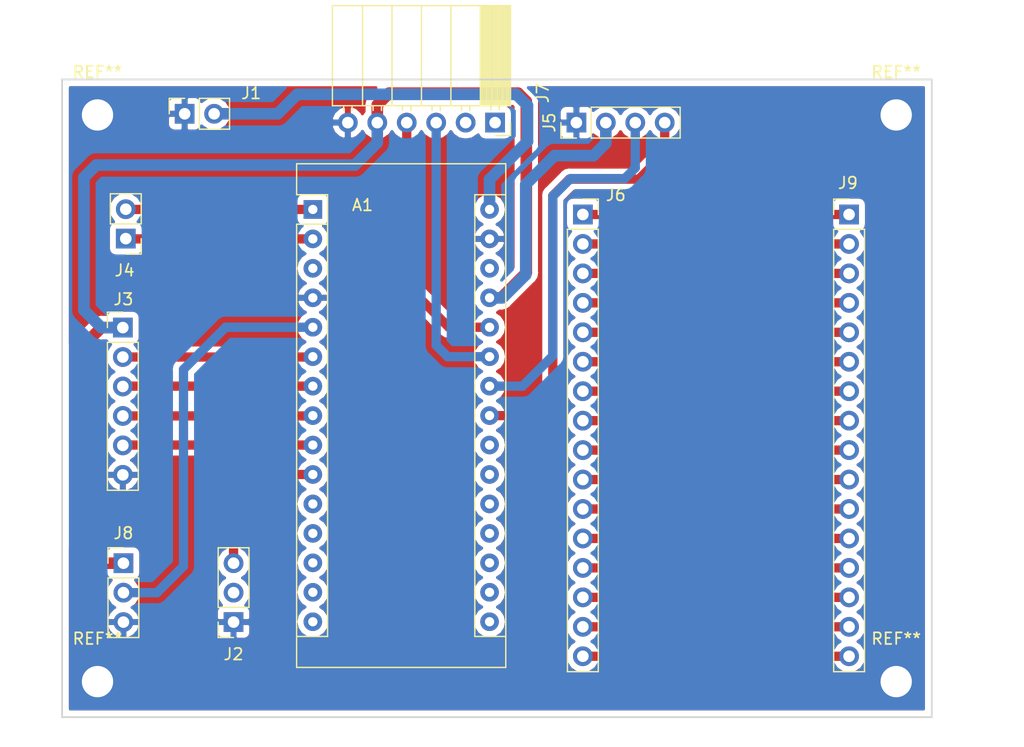
<source format=kicad_pcb>
(kicad_pcb (version 20171130) (host pcbnew "(5.0.0)")

  (general
    (thickness 1.6)
    (drawings 5)
    (tracks 94)
    (zones 0)
    (modules 14)
    (nets 49)
  )

  (page A4)
  (layers
    (0 F.Cu signal)
    (31 B.Cu signal)
    (32 B.Adhes user)
    (33 F.Adhes user)
    (34 B.Paste user)
    (35 F.Paste user)
    (36 B.SilkS user)
    (37 F.SilkS user)
    (38 B.Mask user)
    (39 F.Mask user)
    (40 Dwgs.User user)
    (41 Cmts.User user)
    (42 Eco1.User user)
    (43 Eco2.User user)
    (44 Edge.Cuts user)
    (45 Margin user)
    (46 B.CrtYd user)
    (47 F.CrtYd user)
    (48 B.Fab user)
    (49 F.Fab user)
  )

  (setup
    (last_trace_width 1)
    (user_trace_width 0.8)
    (user_trace_width 1)
    (trace_clearance 0.2)
    (zone_clearance 0.508)
    (zone_45_only no)
    (trace_min 0.2)
    (segment_width 0.2)
    (edge_width 0.15)
    (via_size 0.8)
    (via_drill 0.4)
    (via_min_size 0.4)
    (via_min_drill 0.3)
    (uvia_size 0.3)
    (uvia_drill 0.1)
    (uvias_allowed no)
    (uvia_min_size 0.2)
    (uvia_min_drill 0.1)
    (pcb_text_width 0.3)
    (pcb_text_size 1.5 1.5)
    (mod_edge_width 0.15)
    (mod_text_size 1 1)
    (mod_text_width 0.15)
    (pad_size 1.524 1.524)
    (pad_drill 0.762)
    (pad_to_mask_clearance 0.2)
    (aux_axis_origin 0 0)
    (visible_elements FFFFFF7F)
    (pcbplotparams
      (layerselection 0x010fc_ffffffff)
      (usegerberextensions false)
      (usegerberattributes false)
      (usegerberadvancedattributes false)
      (creategerberjobfile false)
      (excludeedgelayer true)
      (linewidth 0.100000)
      (plotframeref false)
      (viasonmask false)
      (mode 1)
      (useauxorigin false)
      (hpglpennumber 1)
      (hpglpenspeed 20)
      (hpglpendiameter 15.000000)
      (psnegative false)
      (psa4output false)
      (plotreference true)
      (plotvalue true)
      (plotinvisibletext false)
      (padsonsilk false)
      (subtractmaskfromsilk false)
      (outputformat 1)
      (mirror false)
      (drillshape 1)
      (scaleselection 1)
      (outputdirectory ""))
  )

  (net 0 "")
  (net 1 "Net-(A1-Pad1)")
  (net 2 "Net-(A1-Pad17)")
  (net 3 "Net-(A1-Pad2)")
  (net 4 "Net-(A1-Pad18)")
  (net 5 "Net-(A1-Pad3)")
  (net 6 "Net-(A1-Pad19)")
  (net 7 GND)
  (net 8 "Net-(A1-Pad20)")
  (net 9 "Net-(A1-Pad5)")
  (net 10 "Net-(A1-Pad21)")
  (net 11 "Net-(A1-Pad6)")
  (net 12 "Net-(A1-Pad22)")
  (net 13 "Net-(A1-Pad7)")
  (net 14 "Net-(A1-Pad23)")
  (net 15 "Net-(A1-Pad8)")
  (net 16 "Net-(A1-Pad24)")
  (net 17 "Net-(A1-Pad9)")
  (net 18 "Net-(A1-Pad25)")
  (net 19 "Net-(A1-Pad10)")
  (net 20 "Net-(A1-Pad26)")
  (net 21 "Net-(A1-Pad11)")
  (net 22 /MCU_5V)
  (net 23 "Net-(A1-Pad12)")
  (net 24 "Net-(A1-Pad28)")
  (net 25 "Net-(A1-Pad13)")
  (net 26 "Net-(A1-Pad14)")
  (net 27 "Net-(A1-Pad30)")
  (net 28 "Net-(A1-Pad15)")
  (net 29 "Net-(A1-Pad16)")
  (net 30 "Net-(J6-Pad1)")
  (net 31 "Net-(J6-Pad2)")
  (net 32 "Net-(J6-Pad3)")
  (net 33 "Net-(J6-Pad4)")
  (net 34 "Net-(J6-Pad5)")
  (net 35 "Net-(J6-Pad6)")
  (net 36 "Net-(J6-Pad7)")
  (net 37 "Net-(J6-Pad8)")
  (net 38 "Net-(J6-Pad9)")
  (net 39 "Net-(J6-Pad10)")
  (net 40 "Net-(J6-Pad11)")
  (net 41 "Net-(J6-Pad12)")
  (net 42 "Net-(J6-Pad13)")
  (net 43 "Net-(J6-Pad14)")
  (net 44 "Net-(J6-Pad15)")
  (net 45 "Net-(J6-Pad16)")
  (net 46 "Net-(J7-Pad1)")
  (net 47 "Net-(J7-Pad2)")
  (net 48 "Net-(J2-Pad2)")

  (net_class Default "Esta Ã© a classe de net padrÃ£o."
    (clearance 0.2)
    (trace_width 0.25)
    (via_dia 0.8)
    (via_drill 0.4)
    (uvia_dia 0.3)
    (uvia_drill 0.1)
    (add_net /MCU_5V)
    (add_net GND)
    (add_net "Net-(A1-Pad1)")
    (add_net "Net-(A1-Pad10)")
    (add_net "Net-(A1-Pad11)")
    (add_net "Net-(A1-Pad12)")
    (add_net "Net-(A1-Pad13)")
    (add_net "Net-(A1-Pad14)")
    (add_net "Net-(A1-Pad15)")
    (add_net "Net-(A1-Pad16)")
    (add_net "Net-(A1-Pad17)")
    (add_net "Net-(A1-Pad18)")
    (add_net "Net-(A1-Pad19)")
    (add_net "Net-(A1-Pad2)")
    (add_net "Net-(A1-Pad20)")
    (add_net "Net-(A1-Pad21)")
    (add_net "Net-(A1-Pad22)")
    (add_net "Net-(A1-Pad23)")
    (add_net "Net-(A1-Pad24)")
    (add_net "Net-(A1-Pad25)")
    (add_net "Net-(A1-Pad26)")
    (add_net "Net-(A1-Pad28)")
    (add_net "Net-(A1-Pad3)")
    (add_net "Net-(A1-Pad30)")
    (add_net "Net-(A1-Pad5)")
    (add_net "Net-(A1-Pad6)")
    (add_net "Net-(A1-Pad7)")
    (add_net "Net-(A1-Pad8)")
    (add_net "Net-(A1-Pad9)")
    (add_net "Net-(J2-Pad2)")
    (add_net "Net-(J6-Pad1)")
    (add_net "Net-(J6-Pad10)")
    (add_net "Net-(J6-Pad11)")
    (add_net "Net-(J6-Pad12)")
    (add_net "Net-(J6-Pad13)")
    (add_net "Net-(J6-Pad14)")
    (add_net "Net-(J6-Pad15)")
    (add_net "Net-(J6-Pad16)")
    (add_net "Net-(J6-Pad2)")
    (add_net "Net-(J6-Pad3)")
    (add_net "Net-(J6-Pad4)")
    (add_net "Net-(J6-Pad5)")
    (add_net "Net-(J6-Pad6)")
    (add_net "Net-(J6-Pad7)")
    (add_net "Net-(J6-Pad8)")
    (add_net "Net-(J6-Pad9)")
    (add_net "Net-(J7-Pad1)")
    (add_net "Net-(J7-Pad2)")
  )

  (module Connector_PinHeader_2.54mm:PinHeader_1x03_P2.54mm_Vertical (layer F.Cu) (tedit 59FED5CC) (tstamp 5CAFAB3D)
    (at 110.2868 99.7204)
    (descr "Through hole straight pin header, 1x03, 2.54mm pitch, single row")
    (tags "Through hole pin header THT 1x03 2.54mm single row")
    (path /5C83EF43)
    (fp_text reference J8 (at 0 -2.5908) (layer F.SilkS)
      (effects (font (size 1 1) (thickness 0.15)))
    )
    (fp_text value TEMPERATURE (at 2.9972 7.9756 90) (layer F.Fab)
      (effects (font (size 1 1) (thickness 0.15)))
    )
    (fp_line (start -0.635 -1.27) (end 1.27 -1.27) (layer F.Fab) (width 0.1))
    (fp_line (start 1.27 -1.27) (end 1.27 6.35) (layer F.Fab) (width 0.1))
    (fp_line (start 1.27 6.35) (end -1.27 6.35) (layer F.Fab) (width 0.1))
    (fp_line (start -1.27 6.35) (end -1.27 -0.635) (layer F.Fab) (width 0.1))
    (fp_line (start -1.27 -0.635) (end -0.635 -1.27) (layer F.Fab) (width 0.1))
    (fp_line (start -1.33 6.41) (end 1.33 6.41) (layer F.SilkS) (width 0.12))
    (fp_line (start -1.33 1.27) (end -1.33 6.41) (layer F.SilkS) (width 0.12))
    (fp_line (start 1.33 1.27) (end 1.33 6.41) (layer F.SilkS) (width 0.12))
    (fp_line (start -1.33 1.27) (end 1.33 1.27) (layer F.SilkS) (width 0.12))
    (fp_line (start -1.33 0) (end -1.33 -1.33) (layer F.SilkS) (width 0.12))
    (fp_line (start -1.33 -1.33) (end 0 -1.33) (layer F.SilkS) (width 0.12))
    (fp_line (start -1.8 -1.8) (end -1.8 6.85) (layer F.CrtYd) (width 0.05))
    (fp_line (start -1.8 6.85) (end 1.8 6.85) (layer F.CrtYd) (width 0.05))
    (fp_line (start 1.8 6.85) (end 1.8 -1.8) (layer F.CrtYd) (width 0.05))
    (fp_line (start 1.8 -1.8) (end -1.8 -1.8) (layer F.CrtYd) (width 0.05))
    (fp_text user %R (at 0 2.54 90) (layer F.Fab)
      (effects (font (size 1 1) (thickness 0.15)))
    )
    (pad 1 thru_hole rect (at 0 0) (size 1.7 1.7) (drill 1) (layers *.Cu *.Mask)
      (net 22 /MCU_5V))
    (pad 2 thru_hole oval (at 0 2.54) (size 1.7 1.7) (drill 1) (layers *.Cu *.Mask)
      (net 9 "Net-(A1-Pad5)"))
    (pad 3 thru_hole oval (at 0 5.08) (size 1.7 1.7) (drill 1) (layers *.Cu *.Mask)
      (net 7 GND))
    (model ${KISYS3DMOD}/Connector_PinHeader_2.54mm.3dshapes/PinHeader_1x03_P2.54mm_Vertical.wrl
      (at (xyz 0 0 0))
      (scale (xyz 1 1 1))
      (rotate (xyz 0 0 0))
    )
  )

  (module Connector_PinHeader_2.54mm:PinHeader_1x02_P2.54mm_Vertical (layer F.Cu) (tedit 59FED5CC) (tstamp 5CAF9146)
    (at 110.49 71.7296 180)
    (descr "Through hole straight pin header, 1x02, 2.54mm pitch, single row")
    (tags "Through hole pin header THT 1x02 2.54mm single row")
    (path /5C85F24D)
    (fp_text reference J4 (at 0.1016 -2.7432 180) (layer F.SilkS)
      (effects (font (size 1 1) (thickness 0.15)))
    )
    (fp_text value "Serial " (at -1.27 5.1308 180) (layer F.Fab)
      (effects (font (size 1 1) (thickness 0.15)))
    )
    (fp_line (start -0.635 -1.27) (end 1.27 -1.27) (layer F.Fab) (width 0.1))
    (fp_line (start 1.27 -1.27) (end 1.27 3.81) (layer F.Fab) (width 0.1))
    (fp_line (start 1.27 3.81) (end -1.27 3.81) (layer F.Fab) (width 0.1))
    (fp_line (start -1.27 3.81) (end -1.27 -0.635) (layer F.Fab) (width 0.1))
    (fp_line (start -1.27 -0.635) (end -0.635 -1.27) (layer F.Fab) (width 0.1))
    (fp_line (start -1.33 3.87) (end 1.33 3.87) (layer F.SilkS) (width 0.12))
    (fp_line (start -1.33 1.27) (end -1.33 3.87) (layer F.SilkS) (width 0.12))
    (fp_line (start 1.33 1.27) (end 1.33 3.87) (layer F.SilkS) (width 0.12))
    (fp_line (start -1.33 1.27) (end 1.33 1.27) (layer F.SilkS) (width 0.12))
    (fp_line (start -1.33 0) (end -1.33 -1.33) (layer F.SilkS) (width 0.12))
    (fp_line (start -1.33 -1.33) (end 0 -1.33) (layer F.SilkS) (width 0.12))
    (fp_line (start -1.8 -1.8) (end -1.8 4.35) (layer F.CrtYd) (width 0.05))
    (fp_line (start -1.8 4.35) (end 1.8 4.35) (layer F.CrtYd) (width 0.05))
    (fp_line (start 1.8 4.35) (end 1.8 -1.8) (layer F.CrtYd) (width 0.05))
    (fp_line (start 1.8 -1.8) (end -1.8 -1.8) (layer F.CrtYd) (width 0.05))
    (fp_text user %R (at 0 1.27 270) (layer F.Fab)
      (effects (font (size 1 1) (thickness 0.15)))
    )
    (pad 1 thru_hole rect (at 0 0 180) (size 1.7 1.7) (drill 1) (layers *.Cu *.Mask)
      (net 3 "Net-(A1-Pad2)"))
    (pad 2 thru_hole oval (at 0 2.54 180) (size 1.7 1.7) (drill 1) (layers *.Cu *.Mask)
      (net 1 "Net-(A1-Pad1)"))
    (model ${KISYS3DMOD}/Connector_PinHeader_2.54mm.3dshapes/PinHeader_1x02_P2.54mm_Vertical.wrl
      (at (xyz 0 0 0))
      (scale (xyz 1 1 1))
      (rotate (xyz 0 0 0))
    )
  )

  (module Connector_PinHeader_2.54mm:PinHeader_1x04_P2.54mm_Vertical (layer F.Cu) (tedit 59FED5CC) (tstamp 5CAF9118)
    (at 149.352 61.722 90)
    (descr "Through hole straight pin header, 1x04, 2.54mm pitch, single row")
    (tags "Through hole pin header THT 1x04 2.54mm single row")
    (path /5C84895A)
    (fp_text reference J5 (at 0 -2.33 90) (layer F.SilkS)
      (effects (font (size 1 1) (thickness 0.15)))
    )
    (fp_text value LCD (at -0.0508 10.8712 90) (layer F.Fab)
      (effects (font (size 1 1) (thickness 0.15)))
    )
    (fp_line (start -0.635 -1.27) (end 1.27 -1.27) (layer F.Fab) (width 0.1))
    (fp_line (start 1.27 -1.27) (end 1.27 8.89) (layer F.Fab) (width 0.1))
    (fp_line (start 1.27 8.89) (end -1.27 8.89) (layer F.Fab) (width 0.1))
    (fp_line (start -1.27 8.89) (end -1.27 -0.635) (layer F.Fab) (width 0.1))
    (fp_line (start -1.27 -0.635) (end -0.635 -1.27) (layer F.Fab) (width 0.1))
    (fp_line (start -1.33 8.95) (end 1.33 8.95) (layer F.SilkS) (width 0.12))
    (fp_line (start -1.33 1.27) (end -1.33 8.95) (layer F.SilkS) (width 0.12))
    (fp_line (start 1.33 1.27) (end 1.33 8.95) (layer F.SilkS) (width 0.12))
    (fp_line (start -1.33 1.27) (end 1.33 1.27) (layer F.SilkS) (width 0.12))
    (fp_line (start -1.33 0) (end -1.33 -1.33) (layer F.SilkS) (width 0.12))
    (fp_line (start -1.33 -1.33) (end 0 -1.33) (layer F.SilkS) (width 0.12))
    (fp_line (start -1.8 -1.8) (end -1.8 9.4) (layer F.CrtYd) (width 0.05))
    (fp_line (start -1.8 9.4) (end 1.8 9.4) (layer F.CrtYd) (width 0.05))
    (fp_line (start 1.8 9.4) (end 1.8 -1.8) (layer F.CrtYd) (width 0.05))
    (fp_line (start 1.8 -1.8) (end -1.8 -1.8) (layer F.CrtYd) (width 0.05))
    (fp_text user %R (at 0 3.81 180) (layer F.Fab)
      (effects (font (size 1 1) (thickness 0.15)))
    )
    (pad 1 thru_hole rect (at 0 0 90) (size 1.7 1.7) (drill 1) (layers *.Cu *.Mask)
      (net 7 GND))
    (pad 2 thru_hole oval (at 0 2.54 90) (size 1.7 1.7) (drill 1) (layers *.Cu *.Mask)
      (net 22 /MCU_5V))
    (pad 3 thru_hole oval (at 0 5.08 90) (size 1.7 1.7) (drill 1) (layers *.Cu *.Mask)
      (net 16 "Net-(A1-Pad24)"))
    (pad 4 thru_hole oval (at 0 7.62 90) (size 1.7 1.7) (drill 1) (layers *.Cu *.Mask)
      (net 14 "Net-(A1-Pad23)"))
    (model ${KISYS3DMOD}/Connector_PinHeader_2.54mm.3dshapes/PinHeader_1x04_P2.54mm_Vertical.wrl
      (at (xyz 0 0 0))
      (scale (xyz 1 1 1))
      (rotate (xyz 0 0 0))
    )
  )

  (module Connector_PinHeader_2.54mm:PinHeader_1x06_P2.54mm_Vertical (layer F.Cu) (tedit 59FED5CC) (tstamp 5CAF9100)
    (at 110.236 79.4004)
    (descr "Through hole straight pin header, 1x06, 2.54mm pitch, single row")
    (tags "Through hole pin header THT 1x06 2.54mm single row")
    (path /5C84A6ED)
    (fp_text reference J3 (at 0.0508 -2.4384) (layer F.SilkS)
      (effects (font (size 1 1) (thickness 0.15)))
    )
    (fp_text value RELE (at 0.2032 15.5956) (layer F.Fab)
      (effects (font (size 1 1) (thickness 0.15)))
    )
    (fp_line (start -0.635 -1.27) (end 1.27 -1.27) (layer F.Fab) (width 0.1))
    (fp_line (start 1.27 -1.27) (end 1.27 13.97) (layer F.Fab) (width 0.1))
    (fp_line (start 1.27 13.97) (end -1.27 13.97) (layer F.Fab) (width 0.1))
    (fp_line (start -1.27 13.97) (end -1.27 -0.635) (layer F.Fab) (width 0.1))
    (fp_line (start -1.27 -0.635) (end -0.635 -1.27) (layer F.Fab) (width 0.1))
    (fp_line (start -1.33 14.03) (end 1.33 14.03) (layer F.SilkS) (width 0.12))
    (fp_line (start -1.33 1.27) (end -1.33 14.03) (layer F.SilkS) (width 0.12))
    (fp_line (start 1.33 1.27) (end 1.33 14.03) (layer F.SilkS) (width 0.12))
    (fp_line (start -1.33 1.27) (end 1.33 1.27) (layer F.SilkS) (width 0.12))
    (fp_line (start -1.33 0) (end -1.33 -1.33) (layer F.SilkS) (width 0.12))
    (fp_line (start -1.33 -1.33) (end 0 -1.33) (layer F.SilkS) (width 0.12))
    (fp_line (start -1.8 -1.8) (end -1.8 14.5) (layer F.CrtYd) (width 0.05))
    (fp_line (start -1.8 14.5) (end 1.8 14.5) (layer F.CrtYd) (width 0.05))
    (fp_line (start 1.8 14.5) (end 1.8 -1.8) (layer F.CrtYd) (width 0.05))
    (fp_line (start 1.8 -1.8) (end -1.8 -1.8) (layer F.CrtYd) (width 0.05))
    (fp_text user %R (at 0 6.35 90) (layer F.Fab)
      (effects (font (size 1 1) (thickness 0.15)))
    )
    (pad 1 thru_hole rect (at 0 0) (size 1.7 1.7) (drill 1) (layers *.Cu *.Mask)
      (net 22 /MCU_5V))
    (pad 2 thru_hole oval (at 0 2.54) (size 1.7 1.7) (drill 1) (layers *.Cu *.Mask)
      (net 11 "Net-(A1-Pad6)"))
    (pad 3 thru_hole oval (at 0 5.08) (size 1.7 1.7) (drill 1) (layers *.Cu *.Mask)
      (net 13 "Net-(A1-Pad7)"))
    (pad 4 thru_hole oval (at 0 7.62) (size 1.7 1.7) (drill 1) (layers *.Cu *.Mask)
      (net 15 "Net-(A1-Pad8)"))
    (pad 5 thru_hole oval (at 0 10.16) (size 1.7 1.7) (drill 1) (layers *.Cu *.Mask)
      (net 17 "Net-(A1-Pad9)"))
    (pad 6 thru_hole oval (at 0 12.7) (size 1.7 1.7) (drill 1) (layers *.Cu *.Mask)
      (net 7 GND))
    (model ${KISYS3DMOD}/Connector_PinHeader_2.54mm.3dshapes/PinHeader_1x06_P2.54mm_Vertical.wrl
      (at (xyz 0 0 0))
      (scale (xyz 1 1 1))
      (rotate (xyz 0 0 0))
    )
  )

  (module Connector_PinHeader_2.54mm:PinHeader_1x16_P2.54mm_Vertical (layer F.Cu) (tedit 59FED5CC) (tstamp 5CAF90E6)
    (at 172.8724 69.6468)
    (descr "Through hole straight pin header, 1x16, 2.54mm pitch, single row")
    (tags "Through hole pin header THT 1x16 2.54mm single row")
    (path /5C844DBB)
    (fp_text reference J9 (at -0.1016 -2.7178) (layer F.SilkS)
      (effects (font (size 1 1) (thickness 0.15)))
    )
    (fp_text value Conn_01x16_Male (at -5.334 41.5036) (layer F.Fab)
      (effects (font (size 1 1) (thickness 0.15)))
    )
    (fp_line (start -0.635 -1.27) (end 1.27 -1.27) (layer F.Fab) (width 0.1))
    (fp_line (start 1.27 -1.27) (end 1.27 39.37) (layer F.Fab) (width 0.1))
    (fp_line (start 1.27 39.37) (end -1.27 39.37) (layer F.Fab) (width 0.1))
    (fp_line (start -1.27 39.37) (end -1.27 -0.635) (layer F.Fab) (width 0.1))
    (fp_line (start -1.27 -0.635) (end -0.635 -1.27) (layer F.Fab) (width 0.1))
    (fp_line (start -1.33 39.43) (end 1.33 39.43) (layer F.SilkS) (width 0.12))
    (fp_line (start -1.33 1.27) (end -1.33 39.43) (layer F.SilkS) (width 0.12))
    (fp_line (start 1.33 1.27) (end 1.33 39.43) (layer F.SilkS) (width 0.12))
    (fp_line (start -1.33 1.27) (end 1.33 1.27) (layer F.SilkS) (width 0.12))
    (fp_line (start -1.33 0) (end -1.33 -1.33) (layer F.SilkS) (width 0.12))
    (fp_line (start -1.33 -1.33) (end 0 -1.33) (layer F.SilkS) (width 0.12))
    (fp_line (start -1.8 -1.8) (end -1.8 39.9) (layer F.CrtYd) (width 0.05))
    (fp_line (start -1.8 39.9) (end 1.8 39.9) (layer F.CrtYd) (width 0.05))
    (fp_line (start 1.8 39.9) (end 1.8 -1.8) (layer F.CrtYd) (width 0.05))
    (fp_line (start 1.8 -1.8) (end -1.8 -1.8) (layer F.CrtYd) (width 0.05))
    (fp_text user %R (at 0 19.05 90) (layer F.Fab)
      (effects (font (size 1 1) (thickness 0.15)))
    )
    (pad 1 thru_hole rect (at 0 0) (size 1.7 1.7) (drill 1) (layers *.Cu *.Mask)
      (net 30 "Net-(J6-Pad1)"))
    (pad 2 thru_hole oval (at 0 2.54) (size 1.7 1.7) (drill 1) (layers *.Cu *.Mask)
      (net 31 "Net-(J6-Pad2)"))
    (pad 3 thru_hole oval (at 0 5.08) (size 1.7 1.7) (drill 1) (layers *.Cu *.Mask)
      (net 32 "Net-(J6-Pad3)"))
    (pad 4 thru_hole oval (at 0 7.62) (size 1.7 1.7) (drill 1) (layers *.Cu *.Mask)
      (net 33 "Net-(J6-Pad4)"))
    (pad 5 thru_hole oval (at 0 10.16) (size 1.7 1.7) (drill 1) (layers *.Cu *.Mask)
      (net 34 "Net-(J6-Pad5)"))
    (pad 6 thru_hole oval (at 0 12.7) (size 1.7 1.7) (drill 1) (layers *.Cu *.Mask)
      (net 35 "Net-(J6-Pad6)"))
    (pad 7 thru_hole oval (at 0 15.24) (size 1.7 1.7) (drill 1) (layers *.Cu *.Mask)
      (net 36 "Net-(J6-Pad7)"))
    (pad 8 thru_hole oval (at 0 17.78) (size 1.7 1.7) (drill 1) (layers *.Cu *.Mask)
      (net 37 "Net-(J6-Pad8)"))
    (pad 9 thru_hole oval (at 0 20.32) (size 1.7 1.7) (drill 1) (layers *.Cu *.Mask)
      (net 38 "Net-(J6-Pad9)"))
    (pad 10 thru_hole oval (at 0 22.86) (size 1.7 1.7) (drill 1) (layers *.Cu *.Mask)
      (net 39 "Net-(J6-Pad10)"))
    (pad 11 thru_hole oval (at 0 25.4) (size 1.7 1.7) (drill 1) (layers *.Cu *.Mask)
      (net 40 "Net-(J6-Pad11)"))
    (pad 12 thru_hole oval (at 0 27.94) (size 1.7 1.7) (drill 1) (layers *.Cu *.Mask)
      (net 41 "Net-(J6-Pad12)"))
    (pad 13 thru_hole oval (at 0 30.48) (size 1.7 1.7) (drill 1) (layers *.Cu *.Mask)
      (net 42 "Net-(J6-Pad13)"))
    (pad 14 thru_hole oval (at 0 33.02) (size 1.7 1.7) (drill 1) (layers *.Cu *.Mask)
      (net 43 "Net-(J6-Pad14)"))
    (pad 15 thru_hole oval (at 0 35.56) (size 1.7 1.7) (drill 1) (layers *.Cu *.Mask)
      (net 44 "Net-(J6-Pad15)"))
    (pad 16 thru_hole oval (at 0 38.1) (size 1.7 1.7) (drill 1) (layers *.Cu *.Mask)
      (net 45 "Net-(J6-Pad16)"))
    (model ${KISYS3DMOD}/Connector_PinHeader_2.54mm.3dshapes/PinHeader_1x16_P2.54mm_Vertical.wrl
      (at (xyz 0 0 0))
      (scale (xyz 1 1 1))
      (rotate (xyz 0 0 0))
    )
  )

  (module Connector_PinSocket_2.54mm:PinSocket_1x02_P2.54mm_Vertical (layer F.Cu) (tedit 5A19A420) (tstamp 5CAF90C2)
    (at 115.57 60.96 90)
    (descr "Through hole straight socket strip, 1x02, 2.54mm pitch, single row (from Kicad 4.0.7), script generated")
    (tags "Through hole socket strip THT 1x02 2.54mm single row")
    (path /5C8447F1)
    (fp_text reference J1 (at 1.778 5.7404 180) (layer F.SilkS)
      (effects (font (size 1 1) (thickness 0.15)))
    )
    (fp_text value "Power Supply" (at -2.794 0.7112 180) (layer F.Fab)
      (effects (font (size 1 1) (thickness 0.15)))
    )
    (fp_line (start -1.27 -1.27) (end 0.635 -1.27) (layer F.Fab) (width 0.1))
    (fp_line (start 0.635 -1.27) (end 1.27 -0.635) (layer F.Fab) (width 0.1))
    (fp_line (start 1.27 -0.635) (end 1.27 3.81) (layer F.Fab) (width 0.1))
    (fp_line (start 1.27 3.81) (end -1.27 3.81) (layer F.Fab) (width 0.1))
    (fp_line (start -1.27 3.81) (end -1.27 -1.27) (layer F.Fab) (width 0.1))
    (fp_line (start -1.33 1.27) (end 1.33 1.27) (layer F.SilkS) (width 0.12))
    (fp_line (start -1.33 1.27) (end -1.33 3.87) (layer F.SilkS) (width 0.12))
    (fp_line (start -1.33 3.87) (end 1.33 3.87) (layer F.SilkS) (width 0.12))
    (fp_line (start 1.33 1.27) (end 1.33 3.87) (layer F.SilkS) (width 0.12))
    (fp_line (start 1.33 -1.33) (end 1.33 0) (layer F.SilkS) (width 0.12))
    (fp_line (start 0 -1.33) (end 1.33 -1.33) (layer F.SilkS) (width 0.12))
    (fp_line (start -1.8 -1.8) (end 1.75 -1.8) (layer F.CrtYd) (width 0.05))
    (fp_line (start 1.75 -1.8) (end 1.75 4.3) (layer F.CrtYd) (width 0.05))
    (fp_line (start 1.75 4.3) (end -1.8 4.3) (layer F.CrtYd) (width 0.05))
    (fp_line (start -1.8 4.3) (end -1.8 -1.8) (layer F.CrtYd) (width 0.05))
    (fp_text user %R (at 0 1.27 180) (layer F.Fab)
      (effects (font (size 1 1) (thickness 0.15)))
    )
    (pad 1 thru_hole rect (at 0 0 90) (size 1.7 1.7) (drill 1) (layers *.Cu *.Mask)
      (net 7 GND))
    (pad 2 thru_hole oval (at 0 2.54 90) (size 1.7 1.7) (drill 1) (layers *.Cu *.Mask)
      (net 27 "Net-(A1-Pad30)"))
    (model ${KISYS3DMOD}/Connector_PinSocket_2.54mm.3dshapes/PinSocket_1x02_P2.54mm_Vertical.wrl
      (at (xyz 0 0 0))
      (scale (xyz 1 1 1))
      (rotate (xyz 0 0 0))
    )
  )

  (module Connector_PinSocket_2.54mm:PinSocket_1x03_P2.54mm_Vertical (layer F.Cu) (tedit 5A19A429) (tstamp 5CAF90AC)
    (at 119.7864 104.8004 180)
    (descr "Through hole straight socket strip, 1x03, 2.54mm pitch, single row (from Kicad 4.0.7), script generated")
    (tags "Through hole socket strip THT 1x03 2.54mm single row")
    (path /5C887C85)
    (fp_text reference J2 (at 0 -2.77 180) (layer F.SilkS)
      (effects (font (size 1 1) (thickness 0.15)))
    )
    (fp_text value BUZZER (at -0.5588 -4.4196 180) (layer F.Fab)
      (effects (font (size 1 1) (thickness 0.15)))
    )
    (fp_line (start -1.27 -1.27) (end 0.635 -1.27) (layer F.Fab) (width 0.1))
    (fp_line (start 0.635 -1.27) (end 1.27 -0.635) (layer F.Fab) (width 0.1))
    (fp_line (start 1.27 -0.635) (end 1.27 6.35) (layer F.Fab) (width 0.1))
    (fp_line (start 1.27 6.35) (end -1.27 6.35) (layer F.Fab) (width 0.1))
    (fp_line (start -1.27 6.35) (end -1.27 -1.27) (layer F.Fab) (width 0.1))
    (fp_line (start -1.33 1.27) (end 1.33 1.27) (layer F.SilkS) (width 0.12))
    (fp_line (start -1.33 1.27) (end -1.33 6.41) (layer F.SilkS) (width 0.12))
    (fp_line (start -1.33 6.41) (end 1.33 6.41) (layer F.SilkS) (width 0.12))
    (fp_line (start 1.33 1.27) (end 1.33 6.41) (layer F.SilkS) (width 0.12))
    (fp_line (start 1.33 -1.33) (end 1.33 0) (layer F.SilkS) (width 0.12))
    (fp_line (start 0 -1.33) (end 1.33 -1.33) (layer F.SilkS) (width 0.12))
    (fp_line (start -1.8 -1.8) (end 1.75 -1.8) (layer F.CrtYd) (width 0.05))
    (fp_line (start 1.75 -1.8) (end 1.75 6.85) (layer F.CrtYd) (width 0.05))
    (fp_line (start 1.75 6.85) (end -1.8 6.85) (layer F.CrtYd) (width 0.05))
    (fp_line (start -1.8 6.85) (end -1.8 -1.8) (layer F.CrtYd) (width 0.05))
    (fp_text user %R (at 0 2.54 270) (layer F.Fab)
      (effects (font (size 1 1) (thickness 0.15)))
    )
    (pad 1 thru_hole rect (at 0 0 180) (size 1.7 1.7) (drill 1) (layers *.Cu *.Mask)
      (net 7 GND))
    (pad 2 thru_hole oval (at 0 2.54 180) (size 1.7 1.7) (drill 1) (layers *.Cu *.Mask)
      (net 48 "Net-(J2-Pad2)"))
    (pad 3 thru_hole oval (at 0 5.08 180) (size 1.7 1.7) (drill 1) (layers *.Cu *.Mask)
      (net 19 "Net-(A1-Pad10)"))
    (model ${KISYS3DMOD}/Connector_PinSocket_2.54mm.3dshapes/PinSocket_1x03_P2.54mm_Vertical.wrl
      (at (xyz 0 0 0))
      (scale (xyz 1 1 1))
      (rotate (xyz 0 0 0))
    )
  )

  (module Connector_PinSocket_2.54mm:PinSocket_1x06_P2.54mm_Horizontal (layer F.Cu) (tedit 5C8483C2) (tstamp 5CAF9095)
    (at 142.3416 61.722 270)
    (descr "Through hole angled socket strip, 1x06, 2.54mm pitch, 8.51mm socket length, single row (from Kicad 4.0.7), script generated")
    (tags "Through hole angled socket strip THT 1x06 2.54mm single row")
    (path /5C83EFC3)
    (fp_text reference J7 (at -2.54 -4.1148 270) (layer F.SilkS)
      (effects (font (size 1 1) (thickness 0.15)))
    )
    (fp_text value "RTC " (at -0.254 15.494 270) (layer F.Fab)
      (effects (font (size 1 1) (thickness 0.15)))
    )
    (fp_line (start -10.03 -1.27) (end -2.49 -1.27) (layer F.Fab) (width 0.1))
    (fp_line (start -2.49 -1.27) (end -1.52 -0.3) (layer F.Fab) (width 0.1))
    (fp_line (start -1.52 -0.3) (end -1.52 13.97) (layer F.Fab) (width 0.1))
    (fp_line (start -1.52 13.97) (end -10.03 13.97) (layer F.Fab) (width 0.1))
    (fp_line (start -10.03 13.97) (end -10.03 -1.27) (layer F.Fab) (width 0.1))
    (fp_line (start 0 -0.3) (end -1.52 -0.3) (layer F.Fab) (width 0.1))
    (fp_line (start -1.52 0.3) (end 0 0.3) (layer F.Fab) (width 0.1))
    (fp_line (start 0 0.3) (end 0 -0.3) (layer F.Fab) (width 0.1))
    (fp_line (start 0 2.24) (end -1.52 2.24) (layer F.Fab) (width 0.1))
    (fp_line (start -1.52 2.84) (end 0 2.84) (layer F.Fab) (width 0.1))
    (fp_line (start 0 2.84) (end 0 2.24) (layer F.Fab) (width 0.1))
    (fp_line (start 0 4.78) (end -1.52 4.78) (layer F.Fab) (width 0.1))
    (fp_line (start -1.52 5.38) (end 0 5.38) (layer F.Fab) (width 0.1))
    (fp_line (start 0 5.38) (end 0 4.78) (layer F.Fab) (width 0.1))
    (fp_line (start 0 7.32) (end -1.52 7.32) (layer F.Fab) (width 0.1))
    (fp_line (start -1.52 7.92) (end 0 7.92) (layer F.Fab) (width 0.1))
    (fp_line (start 0 7.92) (end 0 7.32) (layer F.Fab) (width 0.1))
    (fp_line (start 0 9.86) (end -1.52 9.86) (layer F.Fab) (width 0.1))
    (fp_line (start -1.52 10.46) (end 0 10.46) (layer F.Fab) (width 0.1))
    (fp_line (start 0 10.46) (end 0 9.86) (layer F.Fab) (width 0.1))
    (fp_line (start 0 12.4) (end -1.52 12.4) (layer F.Fab) (width 0.1))
    (fp_line (start -1.52 13) (end 0 13) (layer F.Fab) (width 0.1))
    (fp_line (start 0 13) (end 0 12.4) (layer F.Fab) (width 0.1))
    (fp_line (start -10.09 -1.21) (end -1.46 -1.21) (layer F.SilkS) (width 0.12))
    (fp_line (start -10.09 -1.091905) (end -1.46 -1.091905) (layer F.SilkS) (width 0.12))
    (fp_line (start -10.09 -0.97381) (end -1.46 -0.97381) (layer F.SilkS) (width 0.12))
    (fp_line (start -10.09 -0.855715) (end -1.46 -0.855715) (layer F.SilkS) (width 0.12))
    (fp_line (start -10.09 -0.73762) (end -1.46 -0.73762) (layer F.SilkS) (width 0.12))
    (fp_line (start -10.09 -0.619525) (end -1.46 -0.619525) (layer F.SilkS) (width 0.12))
    (fp_line (start -10.09 -0.50143) (end -1.46 -0.50143) (layer F.SilkS) (width 0.12))
    (fp_line (start -10.09 -0.383335) (end -1.46 -0.383335) (layer F.SilkS) (width 0.12))
    (fp_line (start -10.09 -0.26524) (end -1.46 -0.26524) (layer F.SilkS) (width 0.12))
    (fp_line (start -10.09 -0.147145) (end -1.46 -0.147145) (layer F.SilkS) (width 0.12))
    (fp_line (start -10.09 -0.02905) (end -1.46 -0.02905) (layer F.SilkS) (width 0.12))
    (fp_line (start -10.09 0.089045) (end -1.46 0.089045) (layer F.SilkS) (width 0.12))
    (fp_line (start -10.09 0.20714) (end -1.46 0.20714) (layer F.SilkS) (width 0.12))
    (fp_line (start -10.09 0.325235) (end -1.46 0.325235) (layer F.SilkS) (width 0.12))
    (fp_line (start -10.09 0.44333) (end -1.46 0.44333) (layer F.SilkS) (width 0.12))
    (fp_line (start -10.09 0.561425) (end -1.46 0.561425) (layer F.SilkS) (width 0.12))
    (fp_line (start -10.09 0.67952) (end -1.46 0.67952) (layer F.SilkS) (width 0.12))
    (fp_line (start -10.09 0.797615) (end -1.46 0.797615) (layer F.SilkS) (width 0.12))
    (fp_line (start -10.09 0.91571) (end -1.46 0.91571) (layer F.SilkS) (width 0.12))
    (fp_line (start -10.09 1.033805) (end -1.46 1.033805) (layer F.SilkS) (width 0.12))
    (fp_line (start -10.09 1.1519) (end -1.46 1.1519) (layer F.SilkS) (width 0.12))
    (fp_line (start -1.46 -0.36) (end -1.11 -0.36) (layer F.SilkS) (width 0.12))
    (fp_line (start -1.46 0.36) (end -1.11 0.36) (layer F.SilkS) (width 0.12))
    (fp_line (start -1.46 2.18) (end -1.05 2.18) (layer F.SilkS) (width 0.12))
    (fp_line (start -1.46 2.9) (end -1.05 2.9) (layer F.SilkS) (width 0.12))
    (fp_line (start -1.46 4.72) (end -1.05 4.72) (layer F.SilkS) (width 0.12))
    (fp_line (start -1.46 5.44) (end -1.05 5.44) (layer F.SilkS) (width 0.12))
    (fp_line (start -1.46 7.26) (end -1.05 7.26) (layer F.SilkS) (width 0.12))
    (fp_line (start -1.46 7.98) (end -1.05 7.98) (layer F.SilkS) (width 0.12))
    (fp_line (start -1.46 9.8) (end -1.05 9.8) (layer F.SilkS) (width 0.12))
    (fp_line (start -1.46 10.52) (end -1.05 10.52) (layer F.SilkS) (width 0.12))
    (fp_line (start -1.46 12.34) (end -1.05 12.34) (layer F.SilkS) (width 0.12))
    (fp_line (start -1.46 13.06) (end -1.05 13.06) (layer F.SilkS) (width 0.12))
    (fp_line (start -10.09 1.27) (end -1.46 1.27) (layer F.SilkS) (width 0.12))
    (fp_line (start -10.09 3.81) (end -1.46 3.81) (layer F.SilkS) (width 0.12))
    (fp_line (start -10.09 6.35) (end -1.46 6.35) (layer F.SilkS) (width 0.12))
    (fp_line (start -10.09 8.89) (end -1.46 8.89) (layer F.SilkS) (width 0.12))
    (fp_line (start -10.09 11.43) (end -1.46 11.43) (layer F.SilkS) (width 0.12))
    (fp_line (start -10.09 -1.33) (end -1.46 -1.33) (layer F.SilkS) (width 0.12))
    (fp_line (start -1.46 -1.33) (end -1.46 14.03) (layer F.SilkS) (width 0.12))
    (fp_line (start -10.09 14.03) (end -1.46 14.03) (layer F.SilkS) (width 0.12))
    (fp_line (start -10.09 -1.33) (end -10.09 14.03) (layer F.SilkS) (width 0.12))
    (fp_line (start 1.11 -1.33) (end 1.11 0) (layer F.SilkS) (width 0.12))
    (fp_line (start 0 -1.33) (end 1.11 -1.33) (layer F.SilkS) (width 0.12))
    (fp_line (start 1.75 -1.8) (end -10.55 -1.8) (layer F.CrtYd) (width 0.05))
    (fp_line (start -10.55 -1.8) (end -10.55 14.45) (layer F.CrtYd) (width 0.05))
    (fp_line (start -10.55 14.45) (end 1.75 14.45) (layer F.CrtYd) (width 0.05))
    (fp_line (start 1.75 14.45) (end 1.75 -1.8) (layer F.CrtYd) (width 0.05))
    (fp_text user %R (at -5.775 6.35) (layer F.Fab)
      (effects (font (size 1 1) (thickness 0.15)))
    )
    (pad 1 thru_hole rect (at 0 0 270) (size 1.7 1.7) (drill 1) (layers *.Cu *.Mask)
      (net 46 "Net-(J7-Pad1)"))
    (pad 2 thru_hole oval (at 0 2.54 270) (size 1.7 1.7) (drill 1) (layers *.Cu *.Mask)
      (net 47 "Net-(J7-Pad2)"))
    (pad 3 thru_hole oval (at 0 5.08 270) (size 1.7 1.7) (drill 1) (layers *.Cu *.Mask)
      (net 18 "Net-(A1-Pad25)"))
    (pad 4 thru_hole oval (at 0 7.62 270) (size 1.7 1.7) (drill 1) (layers *.Cu *.Mask)
      (net 20 "Net-(A1-Pad26)"))
    (pad 5 thru_hole oval (at 0 10.16 270) (size 1.7 1.7) (drill 1) (layers *.Cu *.Mask)
      (net 22 /MCU_5V))
    (pad 6 thru_hole oval (at 0 12.7 270) (size 1.7 1.7) (drill 1) (layers *.Cu *.Mask)
      (net 7 GND))
    (model ${KISYS3DMOD}/Connector_PinSocket_2.54mm.3dshapes/PinSocket_1x06_P2.54mm_Horizontal.wrl
      (at (xyz 0 0 0))
      (scale (xyz 1 1 1))
      (rotate (xyz 0 0 0))
    )
  )

  (module Connector_PinSocket_2.54mm:PinSocket_1x16_P2.54mm_Vertical (layer F.Cu) (tedit 5A19A41E) (tstamp 5CAF9043)
    (at 149.9108 69.6468)
    (descr "Through hole straight socket strip, 1x16, 2.54mm pitch, single row (from Kicad 4.0.7), script generated")
    (tags "Through hole socket strip THT 1x16 2.54mm single row")
    (path /5C83EC66)
    (fp_text reference J6 (at 2.8448 -1.6764) (layer F.SilkS)
      (effects (font (size 1 1) (thickness 0.15)))
    )
    (fp_text value Conn_01x16_Female (at 1.4224 40.9448) (layer F.Fab)
      (effects (font (size 1 1) (thickness 0.15)))
    )
    (fp_line (start -1.27 -1.27) (end 0.635 -1.27) (layer F.Fab) (width 0.1))
    (fp_line (start 0.635 -1.27) (end 1.27 -0.635) (layer F.Fab) (width 0.1))
    (fp_line (start 1.27 -0.635) (end 1.27 39.37) (layer F.Fab) (width 0.1))
    (fp_line (start 1.27 39.37) (end -1.27 39.37) (layer F.Fab) (width 0.1))
    (fp_line (start -1.27 39.37) (end -1.27 -1.27) (layer F.Fab) (width 0.1))
    (fp_line (start -1.33 1.27) (end 1.33 1.27) (layer F.SilkS) (width 0.12))
    (fp_line (start -1.33 1.27) (end -1.33 39.43) (layer F.SilkS) (width 0.12))
    (fp_line (start -1.33 39.43) (end 1.33 39.43) (layer F.SilkS) (width 0.12))
    (fp_line (start 1.33 1.27) (end 1.33 39.43) (layer F.SilkS) (width 0.12))
    (fp_line (start 1.33 -1.33) (end 1.33 0) (layer F.SilkS) (width 0.12))
    (fp_line (start 0 -1.33) (end 1.33 -1.33) (layer F.SilkS) (width 0.12))
    (fp_line (start -1.8 -1.8) (end 1.75 -1.8) (layer F.CrtYd) (width 0.05))
    (fp_line (start 1.75 -1.8) (end 1.75 39.9) (layer F.CrtYd) (width 0.05))
    (fp_line (start 1.75 39.9) (end -1.8 39.9) (layer F.CrtYd) (width 0.05))
    (fp_line (start -1.8 39.9) (end -1.8 -1.8) (layer F.CrtYd) (width 0.05))
    (fp_text user %R (at 0 19.05 90) (layer F.Fab)
      (effects (font (size 1 1) (thickness 0.15)))
    )
    (pad 1 thru_hole rect (at 0 0) (size 1.7 1.7) (drill 1) (layers *.Cu *.Mask)
      (net 30 "Net-(J6-Pad1)"))
    (pad 2 thru_hole oval (at 0 2.54) (size 1.7 1.7) (drill 1) (layers *.Cu *.Mask)
      (net 31 "Net-(J6-Pad2)"))
    (pad 3 thru_hole oval (at 0 5.08) (size 1.7 1.7) (drill 1) (layers *.Cu *.Mask)
      (net 32 "Net-(J6-Pad3)"))
    (pad 4 thru_hole oval (at 0 7.62) (size 1.7 1.7) (drill 1) (layers *.Cu *.Mask)
      (net 33 "Net-(J6-Pad4)"))
    (pad 5 thru_hole oval (at 0 10.16) (size 1.7 1.7) (drill 1) (layers *.Cu *.Mask)
      (net 34 "Net-(J6-Pad5)"))
    (pad 6 thru_hole oval (at 0 12.7) (size 1.7 1.7) (drill 1) (layers *.Cu *.Mask)
      (net 35 "Net-(J6-Pad6)"))
    (pad 7 thru_hole oval (at 0 15.24) (size 1.7 1.7) (drill 1) (layers *.Cu *.Mask)
      (net 36 "Net-(J6-Pad7)"))
    (pad 8 thru_hole oval (at 0 17.78) (size 1.7 1.7) (drill 1) (layers *.Cu *.Mask)
      (net 37 "Net-(J6-Pad8)"))
    (pad 9 thru_hole oval (at 0 20.32) (size 1.7 1.7) (drill 1) (layers *.Cu *.Mask)
      (net 38 "Net-(J6-Pad9)"))
    (pad 10 thru_hole oval (at 0 22.86) (size 1.7 1.7) (drill 1) (layers *.Cu *.Mask)
      (net 39 "Net-(J6-Pad10)"))
    (pad 11 thru_hole oval (at 0 25.4) (size 1.7 1.7) (drill 1) (layers *.Cu *.Mask)
      (net 40 "Net-(J6-Pad11)"))
    (pad 12 thru_hole oval (at 0 27.94) (size 1.7 1.7) (drill 1) (layers *.Cu *.Mask)
      (net 41 "Net-(J6-Pad12)"))
    (pad 13 thru_hole oval (at 0 30.48) (size 1.7 1.7) (drill 1) (layers *.Cu *.Mask)
      (net 42 "Net-(J6-Pad13)"))
    (pad 14 thru_hole oval (at 0 33.02) (size 1.7 1.7) (drill 1) (layers *.Cu *.Mask)
      (net 43 "Net-(J6-Pad14)"))
    (pad 15 thru_hole oval (at 0 35.56) (size 1.7 1.7) (drill 1) (layers *.Cu *.Mask)
      (net 44 "Net-(J6-Pad15)"))
    (pad 16 thru_hole oval (at 0 38.1) (size 1.7 1.7) (drill 1) (layers *.Cu *.Mask)
      (net 45 "Net-(J6-Pad16)"))
    (model ${KISYS3DMOD}/Connector_PinSocket_2.54mm.3dshapes/PinSocket_1x16_P2.54mm_Vertical.wrl
      (at (xyz 0 0 0))
      (scale (xyz 1 1 1))
      (rotate (xyz 0 0 0))
    )
  )

  (module Module:Arduino_Nano (layer F.Cu) (tedit 58ACAF70) (tstamp 5CAF901F)
    (at 126.624601 69.210601)
    (descr "Arduino Nano, http://www.mouser.com/pdfdocs/Gravitech_Arduino_Nano3_0.pdf")
    (tags "Arduino Nano")
    (path /5C83EB7E)
    (fp_text reference A1 (at 4.286999 -0.376601) (layer F.SilkS)
      (effects (font (size 1 1) (thickness 0.15)))
    )
    (fp_text value Arduino_Nano_v3.x (at 8.89 19.05 90) (layer F.Fab)
      (effects (font (size 1 1) (thickness 0.15)))
    )
    (fp_text user %R (at 6.35 19.05 90) (layer F.Fab)
      (effects (font (size 1 1) (thickness 0.15)))
    )
    (fp_line (start 1.27 1.27) (end 1.27 -1.27) (layer F.SilkS) (width 0.12))
    (fp_line (start 1.27 -1.27) (end -1.4 -1.27) (layer F.SilkS) (width 0.12))
    (fp_line (start -1.4 1.27) (end -1.4 39.5) (layer F.SilkS) (width 0.12))
    (fp_line (start -1.4 -3.94) (end -1.4 -1.27) (layer F.SilkS) (width 0.12))
    (fp_line (start 13.97 -1.27) (end 16.64 -1.27) (layer F.SilkS) (width 0.12))
    (fp_line (start 13.97 -1.27) (end 13.97 36.83) (layer F.SilkS) (width 0.12))
    (fp_line (start 13.97 36.83) (end 16.64 36.83) (layer F.SilkS) (width 0.12))
    (fp_line (start 1.27 1.27) (end -1.4 1.27) (layer F.SilkS) (width 0.12))
    (fp_line (start 1.27 1.27) (end 1.27 36.83) (layer F.SilkS) (width 0.12))
    (fp_line (start 1.27 36.83) (end -1.4 36.83) (layer F.SilkS) (width 0.12))
    (fp_line (start 3.81 31.75) (end 11.43 31.75) (layer F.Fab) (width 0.1))
    (fp_line (start 11.43 31.75) (end 11.43 41.91) (layer F.Fab) (width 0.1))
    (fp_line (start 11.43 41.91) (end 3.81 41.91) (layer F.Fab) (width 0.1))
    (fp_line (start 3.81 41.91) (end 3.81 31.75) (layer F.Fab) (width 0.1))
    (fp_line (start -1.4 39.5) (end 16.64 39.5) (layer F.SilkS) (width 0.12))
    (fp_line (start 16.64 39.5) (end 16.64 -3.94) (layer F.SilkS) (width 0.12))
    (fp_line (start 16.64 -3.94) (end -1.4 -3.94) (layer F.SilkS) (width 0.12))
    (fp_line (start 16.51 39.37) (end -1.27 39.37) (layer F.Fab) (width 0.1))
    (fp_line (start -1.27 39.37) (end -1.27 -2.54) (layer F.Fab) (width 0.1))
    (fp_line (start -1.27 -2.54) (end 0 -3.81) (layer F.Fab) (width 0.1))
    (fp_line (start 0 -3.81) (end 16.51 -3.81) (layer F.Fab) (width 0.1))
    (fp_line (start 16.51 -3.81) (end 16.51 39.37) (layer F.Fab) (width 0.1))
    (fp_line (start -1.53 -4.06) (end 16.75 -4.06) (layer F.CrtYd) (width 0.05))
    (fp_line (start -1.53 -4.06) (end -1.53 42.16) (layer F.CrtYd) (width 0.05))
    (fp_line (start 16.75 42.16) (end 16.75 -4.06) (layer F.CrtYd) (width 0.05))
    (fp_line (start 16.75 42.16) (end -1.53 42.16) (layer F.CrtYd) (width 0.05))
    (pad 1 thru_hole rect (at 0 0) (size 1.6 1.6) (drill 0.8) (layers *.Cu *.Mask)
      (net 1 "Net-(A1-Pad1)"))
    (pad 17 thru_hole oval (at 15.24 33.02) (size 1.6 1.6) (drill 0.8) (layers *.Cu *.Mask)
      (net 2 "Net-(A1-Pad17)"))
    (pad 2 thru_hole oval (at 0 2.54) (size 1.6 1.6) (drill 0.8) (layers *.Cu *.Mask)
      (net 3 "Net-(A1-Pad2)"))
    (pad 18 thru_hole oval (at 15.24 30.48) (size 1.6 1.6) (drill 0.8) (layers *.Cu *.Mask)
      (net 4 "Net-(A1-Pad18)"))
    (pad 3 thru_hole oval (at 0 5.08) (size 1.6 1.6) (drill 0.8) (layers *.Cu *.Mask)
      (net 5 "Net-(A1-Pad3)"))
    (pad 19 thru_hole oval (at 15.24 27.94) (size 1.6 1.6) (drill 0.8) (layers *.Cu *.Mask)
      (net 6 "Net-(A1-Pad19)"))
    (pad 4 thru_hole oval (at 0 7.62) (size 1.6 1.6) (drill 0.8) (layers *.Cu *.Mask)
      (net 7 GND))
    (pad 20 thru_hole oval (at 15.24 25.4) (size 1.6 1.6) (drill 0.8) (layers *.Cu *.Mask)
      (net 8 "Net-(A1-Pad20)"))
    (pad 5 thru_hole oval (at 0 10.16) (size 1.6 1.6) (drill 0.8) (layers *.Cu *.Mask)
      (net 9 "Net-(A1-Pad5)"))
    (pad 21 thru_hole oval (at 15.24 22.86) (size 1.6 1.6) (drill 0.8) (layers *.Cu *.Mask)
      (net 10 "Net-(A1-Pad21)"))
    (pad 6 thru_hole oval (at 0 12.7) (size 1.6 1.6) (drill 0.8) (layers *.Cu *.Mask)
      (net 11 "Net-(A1-Pad6)"))
    (pad 22 thru_hole oval (at 15.24 20.32) (size 1.6 1.6) (drill 0.8) (layers *.Cu *.Mask)
      (net 12 "Net-(A1-Pad22)"))
    (pad 7 thru_hole oval (at 0 15.24) (size 1.6 1.6) (drill 0.8) (layers *.Cu *.Mask)
      (net 13 "Net-(A1-Pad7)"))
    (pad 23 thru_hole oval (at 15.24 17.78) (size 1.6 1.6) (drill 0.8) (layers *.Cu *.Mask)
      (net 14 "Net-(A1-Pad23)"))
    (pad 8 thru_hole oval (at 0 17.78) (size 1.6 1.6) (drill 0.8) (layers *.Cu *.Mask)
      (net 15 "Net-(A1-Pad8)"))
    (pad 24 thru_hole oval (at 15.24 15.24) (size 1.6 1.6) (drill 0.8) (layers *.Cu *.Mask)
      (net 16 "Net-(A1-Pad24)"))
    (pad 9 thru_hole oval (at 0 20.32) (size 1.6 1.6) (drill 0.8) (layers *.Cu *.Mask)
      (net 17 "Net-(A1-Pad9)"))
    (pad 25 thru_hole oval (at 15.24 12.7) (size 1.6 1.6) (drill 0.8) (layers *.Cu *.Mask)
      (net 18 "Net-(A1-Pad25)"))
    (pad 10 thru_hole oval (at 0 22.86) (size 1.6 1.6) (drill 0.8) (layers *.Cu *.Mask)
      (net 19 "Net-(A1-Pad10)"))
    (pad 26 thru_hole oval (at 15.24 10.16) (size 1.6 1.6) (drill 0.8) (layers *.Cu *.Mask)
      (net 20 "Net-(A1-Pad26)"))
    (pad 11 thru_hole oval (at 0 25.4) (size 1.6 1.6) (drill 0.8) (layers *.Cu *.Mask)
      (net 21 "Net-(A1-Pad11)"))
    (pad 27 thru_hole oval (at 15.24 7.62) (size 1.6 1.6) (drill 0.8) (layers *.Cu *.Mask)
      (net 22 /MCU_5V))
    (pad 12 thru_hole oval (at 0 27.94) (size 1.6 1.6) (drill 0.8) (layers *.Cu *.Mask)
      (net 23 "Net-(A1-Pad12)"))
    (pad 28 thru_hole oval (at 15.24 5.08) (size 1.6 1.6) (drill 0.8) (layers *.Cu *.Mask)
      (net 24 "Net-(A1-Pad28)"))
    (pad 13 thru_hole oval (at 0 30.48) (size 1.6 1.6) (drill 0.8) (layers *.Cu *.Mask)
      (net 25 "Net-(A1-Pad13)"))
    (pad 29 thru_hole oval (at 15.24 2.54) (size 1.6 1.6) (drill 0.8) (layers *.Cu *.Mask)
      (net 7 GND))
    (pad 14 thru_hole oval (at 0 33.02) (size 1.6 1.6) (drill 0.8) (layers *.Cu *.Mask)
      (net 26 "Net-(A1-Pad14)"))
    (pad 30 thru_hole oval (at 15.24 0) (size 1.6 1.6) (drill 0.8) (layers *.Cu *.Mask)
      (net 27 "Net-(A1-Pad30)"))
    (pad 15 thru_hole oval (at 0 35.56) (size 1.6 1.6) (drill 0.8) (layers *.Cu *.Mask)
      (net 28 "Net-(A1-Pad15)"))
    (pad 16 thru_hole oval (at 15.24 35.56) (size 1.6 1.6) (drill 0.8) (layers *.Cu *.Mask)
      (net 29 "Net-(A1-Pad16)"))
    (model ${KISYS3DMOD}/Module.3dshapes/Arduino_Nano_WithMountingHoles.wrl
      (at (xyz 0 0 0))
      (scale (xyz 1 1 1))
      (rotate (xyz 0 0 0))
    )
  )

  (module MountingHole:MountingHole_2.7mm (layer F.Cu) (tedit 56D1B4CB) (tstamp 5CAFD5BF)
    (at 176.9364 109.9312)
    (descr "Mounting Hole 2.7mm, no annular")
    (tags "mounting hole 2.7mm no annular")
    (attr virtual)
    (fp_text reference REF** (at 0 -3.7) (layer F.SilkS)
      (effects (font (size 1 1) (thickness 0.15)))
    )
    (fp_text value MountingHole_2.7mm (at 0 3.7) (layer F.Fab)
      (effects (font (size 1 1) (thickness 0.15)))
    )
    (fp_circle (center 0 0) (end 2.95 0) (layer F.CrtYd) (width 0.05))
    (fp_circle (center 0 0) (end 2.7 0) (layer Cmts.User) (width 0.15))
    (fp_text user %R (at 0.3 0) (layer F.Fab)
      (effects (font (size 1 1) (thickness 0.15)))
    )
    (pad 1 np_thru_hole circle (at 0 0) (size 2.7 2.7) (drill 2.7) (layers *.Cu *.Mask))
  )

  (module MountingHole:MountingHole_2.7mm (layer F.Cu) (tedit 56D1B4CB) (tstamp 5CAFD5D5)
    (at 176.9364 61.0616)
    (descr "Mounting Hole 2.7mm, no annular")
    (tags "mounting hole 2.7mm no annular")
    (attr virtual)
    (fp_text reference REF** (at 0 -3.7) (layer F.SilkS)
      (effects (font (size 1 1) (thickness 0.15)))
    )
    (fp_text value MountingHole_2.7mm (at 0 3.7) (layer F.Fab)
      (effects (font (size 1 1) (thickness 0.15)))
    )
    (fp_circle (center 0 0) (end 2.95 0) (layer F.CrtYd) (width 0.05))
    (fp_circle (center 0 0) (end 2.7 0) (layer Cmts.User) (width 0.15))
    (fp_text user %R (at 0.3 0) (layer F.Fab)
      (effects (font (size 1 1) (thickness 0.15)))
    )
    (pad 1 np_thru_hole circle (at 0 0) (size 2.7 2.7) (drill 2.7) (layers *.Cu *.Mask))
  )

  (module MountingHole:MountingHole_2.7mm (layer F.Cu) (tedit 56D1B4CB) (tstamp 5CAFD5EB)
    (at 108.0516 61.0616)
    (descr "Mounting Hole 2.7mm, no annular")
    (tags "mounting hole 2.7mm no annular")
    (attr virtual)
    (fp_text reference REF** (at 0 -3.7) (layer F.SilkS)
      (effects (font (size 1 1) (thickness 0.15)))
    )
    (fp_text value MountingHole_2.7mm (at -0.3556 -3.81) (layer F.Fab)
      (effects (font (size 1 1) (thickness 0.15)))
    )
    (fp_circle (center 0 0) (end 2.95 0) (layer F.CrtYd) (width 0.05))
    (fp_circle (center 0 0) (end 2.7 0) (layer Cmts.User) (width 0.15))
    (fp_text user %R (at 0.3 0) (layer F.Fab)
      (effects (font (size 1 1) (thickness 0.15)))
    )
    (pad 1 np_thru_hole circle (at 0 0) (size 2.7 2.7) (drill 2.7) (layers *.Cu *.Mask))
  )

  (module MountingHole:MountingHole_2.7mm (layer F.Cu) (tedit 56D1B4CB) (tstamp 5CAFD620)
    (at 108.0516 109.9312)
    (descr "Mounting Hole 2.7mm, no annular")
    (tags "mounting hole 2.7mm no annular")
    (attr virtual)
    (fp_text reference REF** (at 0 -3.7) (layer F.SilkS)
      (effects (font (size 1 1) (thickness 0.15)))
    )
    (fp_text value MountingHole_2.7mm (at 0 3.7) (layer F.Fab)
      (effects (font (size 1 1) (thickness 0.15)))
    )
    (fp_circle (center 0 0) (end 2.95 0) (layer F.CrtYd) (width 0.05))
    (fp_circle (center 0 0) (end 2.7 0) (layer Cmts.User) (width 0.15))
    (fp_text user %R (at 0.3 0) (layer F.Fab)
      (effects (font (size 1 1) (thickness 0.15)))
    )
    (pad 1 np_thru_hole circle (at 0 0) (size 2.7 2.7) (drill 2.7) (layers *.Cu *.Mask))
  )

  (gr_line (start 180 58) (end 105 58) (layer Edge.Cuts) (width 0.15))
  (gr_line (start 180 113.03) (end 180 58) (layer Edge.Cuts) (width 0.15))
  (gr_line (start 105 113) (end 180 113) (layer Edge.Cuts) (width 0.15))
  (gr_line (start 105 58) (end 105 113.03) (layer Edge.Cuts) (width 0.15))
  (gr_line (start 151.4856 109.0168) (end 171.4856 109.0168) (layer F.Adhes) (width 0.2))

  (segment (start 110.511001 69.210601) (end 110.49 69.1896) (width 0.8) (layer F.Cu) (net 1))
  (segment (start 126.624601 69.210601) (end 110.511001 69.210601) (width 0.8) (layer F.Cu) (net 1))
  (segment (start 110.511001 71.750601) (end 110.49 71.7296) (width 0.8) (layer F.Cu) (net 3))
  (segment (start 126.624601 71.750601) (end 110.511001 71.750601) (width 0.8) (layer F.Cu) (net 3))
  (segment (start 113.1824 102.2604) (end 110.2868 102.2604) (width 0.8) (layer B.Cu) (net 9))
  (segment (start 115.4684 99.9744) (end 113.1824 102.2604) (width 0.8) (layer B.Cu) (net 9))
  (segment (start 115.4684 83.0072) (end 115.4684 99.9744) (width 0.8) (layer B.Cu) (net 9))
  (segment (start 126.624601 79.370601) (end 119.104999 79.370601) (width 0.8) (layer B.Cu) (net 9))
  (segment (start 119.104999 79.370601) (end 115.4684 83.0072) (width 0.8) (layer B.Cu) (net 9))
  (segment (start 126.594802 81.9404) (end 126.624601 81.910601) (width 0.8) (layer F.Cu) (net 11))
  (segment (start 110.236 81.9404) (end 126.594802 81.9404) (width 0.8) (layer F.Cu) (net 11))
  (segment (start 110.265799 84.450601) (end 110.236 84.4804) (width 0.8) (layer F.Cu) (net 13))
  (segment (start 126.624601 84.450601) (end 110.265799 84.450601) (width 0.8) (layer F.Cu) (net 13))
  (segment (start 145.012999 86.990601) (end 141.864601 86.990601) (width 0.8) (layer F.Cu) (net 14))
  (segment (start 156.972 64.3636) (end 154.7368 66.5988) (width 0.8) (layer F.Cu) (net 14))
  (segment (start 156.972 61.722) (end 156.972 64.3636) (width 0.8) (layer F.Cu) (net 14))
  (segment (start 154.7368 66.5988) (end 148.7424 66.5988) (width 0.8) (layer F.Cu) (net 14))
  (segment (start 148.7424 66.5988) (end 147.32 68.0212) (width 0.8) (layer F.Cu) (net 14))
  (segment (start 147.32 68.0212) (end 147.32 84.6836) (width 0.8) (layer F.Cu) (net 14))
  (segment (start 147.32 84.6836) (end 145.012999 86.990601) (width 0.8) (layer F.Cu) (net 14))
  (segment (start 126.594802 87.0204) (end 126.624601 86.990601) (width 0.8) (layer F.Cu) (net 15))
  (segment (start 110.236 87.0204) (end 126.594802 87.0204) (width 0.8) (layer F.Cu) (net 15))
  (segment (start 154.432 61.722) (end 154.432 62.924081) (width 0.8) (layer B.Cu) (net 16))
  (segment (start 154.432 62.924081) (end 154.432 65.6336) (width 0.8) (layer B.Cu) (net 16))
  (segment (start 154.432 65.6336) (end 153.5176 66.548) (width 0.8) (layer B.Cu) (net 16))
  (segment (start 153.5176 66.548) (end 148.844 66.548) (width 0.8) (layer B.Cu) (net 16))
  (segment (start 148.844 66.548) (end 147.32 68.072) (width 0.8) (layer B.Cu) (net 16))
  (segment (start 147.32 68.072) (end 147.32 81.8388) (width 0.8) (layer B.Cu) (net 16))
  (segment (start 144.708199 84.450601) (end 147.32 81.8388) (width 0.8) (layer B.Cu) (net 16))
  (segment (start 141.864601 84.450601) (end 144.708199 84.450601) (width 0.8) (layer B.Cu) (net 16))
  (segment (start 110.265799 89.530601) (end 110.236 89.5604) (width 0.8) (layer F.Cu) (net 17))
  (segment (start 126.624601 89.530601) (end 110.265799 89.530601) (width 0.8) (layer F.Cu) (net 17))
  (segment (start 137.2616 80.9244) (end 137.2616 61.722) (width 0.8) (layer B.Cu) (net 18))
  (segment (start 141.864601 81.910601) (end 138.247801 81.910601) (width 0.8) (layer B.Cu) (net 18))
  (segment (start 138.247801 81.910601) (end 137.2616 80.9244) (width 0.8) (layer B.Cu) (net 18))
  (segment (start 123.118199 92.070601) (end 126.624601 92.070601) (width 0.8) (layer F.Cu) (net 19))
  (segment (start 119.7864 99.7204) (end 119.7864 95.4024) (width 0.8) (layer F.Cu) (net 19))
  (segment (start 119.7864 95.4024) (end 123.118199 92.070601) (width 0.8) (layer F.Cu) (net 19))
  (segment (start 134.7216 75.7428) (end 134.7216 61.722) (width 0.8) (layer F.Cu) (net 20))
  (segment (start 141.864601 79.370601) (end 138.349401 79.370601) (width 0.8) (layer F.Cu) (net 20))
  (segment (start 138.349401 79.370601) (end 134.7216 75.7428) (width 0.8) (layer F.Cu) (net 20))
  (segment (start 108.386 79.4004) (end 110.236 79.4004) (width 1) (layer B.Cu) (net 22))
  (segment (start 132.1816 61.722) (end 132.1816 63.4492) (width 1) (layer B.Cu) (net 22))
  (segment (start 130.2512 65.3796) (end 107.95 65.3796) (width 1) (layer B.Cu) (net 22))
  (segment (start 107.95 65.3796) (end 106.8832 66.4464) (width 1) (layer B.Cu) (net 22))
  (segment (start 132.1816 63.4492) (end 130.2512 65.3796) (width 1) (layer B.Cu) (net 22))
  (segment (start 106.8832 66.4464) (end 106.8832 77.8976) (width 1) (layer B.Cu) (net 22))
  (segment (start 106.8832 77.8976) (end 108.386 79.4004) (width 1) (layer B.Cu) (net 22))
  (segment (start 110.236 79.4004) (end 108.386 79.4004) (width 1) (layer F.Cu) (net 22))
  (segment (start 108.386 79.4004) (end 106.8324 80.954) (width 1) (layer F.Cu) (net 22))
  (segment (start 106.8324 80.954) (end 106.8324 98.1964) (width 1) (layer F.Cu) (net 22))
  (segment (start 108.3564 99.7204) (end 110.2868 99.7204) (width 1) (layer F.Cu) (net 22))
  (segment (start 106.8324 98.1964) (end 108.3564 99.7204) (width 1) (layer F.Cu) (net 22))
  (segment (start 142.995971 76.830601) (end 141.864601 76.830601) (width 1) (layer B.Cu) (net 22))
  (segment (start 151.892 63.5) (end 150.8252 64.5668) (width 1) (layer B.Cu) (net 22))
  (segment (start 151.892 61.722) (end 151.892 63.5) (width 1) (layer B.Cu) (net 22))
  (segment (start 150.8252 64.5668) (end 147.4724 64.5668) (width 1) (layer B.Cu) (net 22))
  (segment (start 147.4724 64.5668) (end 144.9832 67.056) (width 1) (layer B.Cu) (net 22))
  (segment (start 144.9832 67.056) (end 144.9832 74.843372) (width 1) (layer B.Cu) (net 22))
  (segment (start 144.9832 74.843372) (end 142.995971 76.830601) (width 1) (layer B.Cu) (net 22))
  (segment (start 132.1816 60.198) (end 132.1816 61.722) (width 1) (layer F.Cu) (net 22))
  (segment (start 142.879399 76.830601) (end 145.034 74.676) (width 1) (layer F.Cu) (net 22))
  (segment (start 141.864601 76.830601) (end 142.879399 76.830601) (width 1) (layer F.Cu) (net 22))
  (segment (start 144.3228 59.182) (end 133.1976 59.182) (width 1) (layer F.Cu) (net 22))
  (segment (start 145.034 74.676) (end 145.034 59.8932) (width 1) (layer F.Cu) (net 22))
  (segment (start 145.034 59.8932) (end 144.3228 59.182) (width 1) (layer F.Cu) (net 22))
  (segment (start 133.1976 59.182) (end 132.1816 60.198) (width 1) (layer F.Cu) (net 22))
  (segment (start 123.5964 60.96) (end 125.2728 59.2836) (width 1) (layer B.Cu) (net 27))
  (segment (start 118.11 60.96) (end 123.5964 60.96) (width 1) (layer B.Cu) (net 27))
  (segment (start 125.2728 59.2836) (end 144.1704 59.2836) (width 1) (layer B.Cu) (net 27))
  (segment (start 144.1704 59.2836) (end 145.1356 60.2488) (width 1) (layer B.Cu) (net 27))
  (segment (start 141.864601 66.618599) (end 141.864601 69.210601) (width 1) (layer B.Cu) (net 27))
  (segment (start 145.1356 60.2488) (end 145.1356 63.3476) (width 1) (layer B.Cu) (net 27))
  (segment (start 145.1356 63.3476) (end 141.864601 66.618599) (width 1) (layer B.Cu) (net 27))
  (segment (start 149.9108 69.6468) (end 172.8724 69.6468) (width 0.8) (layer F.Cu) (net 30))
  (segment (start 172.8724 72.1868) (end 149.9108 72.1868) (width 0.8) (layer F.Cu) (net 31))
  (segment (start 149.9108 74.7268) (end 172.8724 74.7268) (width 0.8) (layer F.Cu) (net 32))
  (segment (start 172.8724 77.2668) (end 149.9108 77.2668) (width 0.8) (layer F.Cu) (net 33))
  (segment (start 149.9108 79.8068) (end 172.8724 79.8068) (width 0.8) (layer F.Cu) (net 34))
  (segment (start 172.8724 82.3468) (end 149.9108 82.3468) (width 0.8) (layer F.Cu) (net 35))
  (segment (start 149.9108 84.8868) (end 172.8724 84.8868) (width 0.8) (layer F.Cu) (net 36))
  (segment (start 172.8724 87.4268) (end 149.9108 87.4268) (width 0.8) (layer F.Cu) (net 37))
  (segment (start 151.112881 89.9668) (end 172.8724 89.9668) (width 0.8) (layer F.Cu) (net 38))
  (segment (start 149.9108 89.9668) (end 151.112881 89.9668) (width 0.8) (layer F.Cu) (net 38))
  (segment (start 172.8724 92.5068) (end 149.9108 92.5068) (width 0.8) (layer F.Cu) (net 39))
  (segment (start 151.112881 95.0468) (end 172.8724 95.0468) (width 0.8) (layer F.Cu) (net 40))
  (segment (start 149.9108 95.0468) (end 151.112881 95.0468) (width 0.8) (layer F.Cu) (net 40))
  (segment (start 171.670319 97.5868) (end 149.9108 97.5868) (width 0.8) (layer F.Cu) (net 41))
  (segment (start 172.8724 97.5868) (end 171.670319 97.5868) (width 0.8) (layer F.Cu) (net 41))
  (segment (start 149.9108 100.1268) (end 172.8724 100.1268) (width 0.8) (layer F.Cu) (net 42))
  (segment (start 171.670319 102.6668) (end 149.9108 102.6668) (width 0.8) (layer F.Cu) (net 43))
  (segment (start 172.8724 102.6668) (end 171.670319 102.6668) (width 0.8) (layer F.Cu) (net 43))
  (segment (start 149.9108 105.2068) (end 172.8724 105.2068) (width 0.8) (layer F.Cu) (net 44))
  (segment (start 172.8724 107.7468) (end 149.9108 107.7468) (width 0.8) (layer F.Cu) (net 45))

  (zone (net 7) (net_name GND) (layer F.Cu) (tstamp 0) (hatch edge 0.508)
    (connect_pads (clearance 0.508))
    (min_thickness 0.254)
    (fill yes (arc_segments 16) (thermal_gap 0.508) (thermal_bridge_width 0.508))
    (polygon
      (pts
        (xy 102.87 57.15) (xy 102.87 114.3) (xy 185.42 114.3) (xy 184.15 57.15)
      )
    )
    (filled_polygon
      (pts
        (xy 131.458081 59.316387) (xy 131.363311 59.379711) (xy 131.115691 59.750302) (xy 131.112454 59.755146) (xy 131.024365 60.198)
        (xy 131.0466 60.309783) (xy 131.0466 60.747719) (xy 130.897757 60.970478) (xy 130.836783 60.840642) (xy 130.408524 60.450355)
        (xy 129.99849 60.280524) (xy 129.7686 60.401845) (xy 129.7686 61.595) (xy 129.7886 61.595) (xy 129.7886 61.849)
        (xy 129.7686 61.849) (xy 129.7686 63.042155) (xy 129.99849 63.163476) (xy 130.408524 62.993645) (xy 130.836783 62.603358)
        (xy 130.897757 62.473522) (xy 131.110975 62.792625) (xy 131.602182 63.120839) (xy 132.035344 63.207) (xy 132.327856 63.207)
        (xy 132.761018 63.120839) (xy 133.252225 62.792625) (xy 133.4516 62.494239) (xy 133.650975 62.792625) (xy 133.686601 62.816429)
        (xy 133.6866 75.640866) (xy 133.666324 75.7428) (xy 133.6866 75.844734) (xy 133.746652 76.146636) (xy 133.975407 76.488993)
        (xy 134.061827 76.546737) (xy 137.545466 80.030377) (xy 137.603208 80.116794) (xy 137.945564 80.345549) (xy 138.247466 80.405601)
        (xy 138.247471 80.405601) (xy 138.3494 80.425876) (xy 138.45133 80.405601) (xy 140.830657 80.405601) (xy 141.182359 80.640601)
        (xy 140.830024 80.876024) (xy 140.512861 81.350692) (xy 140.401488 81.910601) (xy 140.512861 82.47051) (xy 140.830024 82.945178)
        (xy 141.182359 83.180601) (xy 140.830024 83.416024) (xy 140.512861 83.890692) (xy 140.401488 84.450601) (xy 140.512861 85.01051)
        (xy 140.830024 85.485178) (xy 141.182359 85.720601) (xy 140.830024 85.956024) (xy 140.512861 86.430692) (xy 140.401488 86.990601)
        (xy 140.512861 87.55051) (xy 140.830024 88.025178) (xy 141.182359 88.260601) (xy 140.830024 88.496024) (xy 140.512861 88.970692)
        (xy 140.401488 89.530601) (xy 140.512861 90.09051) (xy 140.830024 90.565178) (xy 141.182359 90.800601) (xy 140.830024 91.036024)
        (xy 140.512861 91.510692) (xy 140.401488 92.070601) (xy 140.512861 92.63051) (xy 140.830024 93.105178) (xy 141.182359 93.340601)
        (xy 140.830024 93.576024) (xy 140.512861 94.050692) (xy 140.401488 94.610601) (xy 140.512861 95.17051) (xy 140.830024 95.645178)
        (xy 141.182359 95.880601) (xy 140.830024 96.116024) (xy 140.512861 96.590692) (xy 140.401488 97.150601) (xy 140.512861 97.71051)
        (xy 140.830024 98.185178) (xy 141.182359 98.420601) (xy 140.830024 98.656024) (xy 140.512861 99.130692) (xy 140.401488 99.690601)
        (xy 140.512861 100.25051) (xy 140.830024 100.725178) (xy 141.182359 100.960601) (xy 140.830024 101.196024) (xy 140.512861 101.670692)
        (xy 140.401488 102.230601) (xy 140.512861 102.79051) (xy 140.830024 103.265178) (xy 141.182359 103.500601) (xy 140.830024 103.736024)
        (xy 140.512861 104.210692) (xy 140.401488 104.770601) (xy 140.512861 105.33051) (xy 140.830024 105.805178) (xy 141.304692 106.122341)
        (xy 141.723268 106.205601) (xy 142.005934 106.205601) (xy 142.42451 106.122341) (xy 142.899178 105.805178) (xy 143.216341 105.33051)
        (xy 143.327714 104.770601) (xy 143.216341 104.210692) (xy 142.899178 103.736024) (xy 142.546843 103.500601) (xy 142.899178 103.265178)
        (xy 143.216341 102.79051) (xy 143.327714 102.230601) (xy 143.216341 101.670692) (xy 142.899178 101.196024) (xy 142.546843 100.960601)
        (xy 142.899178 100.725178) (xy 143.216341 100.25051) (xy 143.327714 99.690601) (xy 143.216341 99.130692) (xy 142.899178 98.656024)
        (xy 142.546843 98.420601) (xy 142.899178 98.185178) (xy 143.216341 97.71051) (xy 143.327714 97.150601) (xy 143.216341 96.590692)
        (xy 142.899178 96.116024) (xy 142.546843 95.880601) (xy 142.899178 95.645178) (xy 143.216341 95.17051) (xy 143.327714 94.610601)
        (xy 143.216341 94.050692) (xy 142.899178 93.576024) (xy 142.546843 93.340601) (xy 142.899178 93.105178) (xy 143.216341 92.63051)
        (xy 143.327714 92.070601) (xy 143.216341 91.510692) (xy 142.899178 91.036024) (xy 142.546843 90.800601) (xy 142.899178 90.565178)
        (xy 143.216341 90.09051) (xy 143.327714 89.530601) (xy 143.216341 88.970692) (xy 142.899178 88.496024) (xy 142.546843 88.260601)
        (xy 142.898545 88.025601) (xy 144.911065 88.025601) (xy 145.012999 88.045877) (xy 145.114933 88.025601) (xy 145.114934 88.025601)
        (xy 145.416836 87.965549) (xy 145.759192 87.736794) (xy 145.816936 87.650374) (xy 147.979776 85.487535) (xy 148.066193 85.429793)
        (xy 148.294948 85.087437) (xy 148.355 84.785535) (xy 148.375276 84.683601) (xy 148.355 84.581666) (xy 148.355 72.1868)
        (xy 148.396708 72.1868) (xy 148.511961 72.766218) (xy 148.840175 73.257425) (xy 149.138561 73.4568) (xy 148.840175 73.656175)
        (xy 148.511961 74.147382) (xy 148.396708 74.7268) (xy 148.511961 75.306218) (xy 148.840175 75.797425) (xy 149.138561 75.9968)
        (xy 148.840175 76.196175) (xy 148.511961 76.687382) (xy 148.396708 77.2668) (xy 148.511961 77.846218) (xy 148.840175 78.337425)
        (xy 149.138561 78.5368) (xy 148.840175 78.736175) (xy 148.511961 79.227382) (xy 148.396708 79.8068) (xy 148.511961 80.386218)
        (xy 148.840175 80.877425) (xy 149.138561 81.0768) (xy 148.840175 81.276175) (xy 148.511961 81.767382) (xy 148.396708 82.3468)
        (xy 148.511961 82.926218) (xy 148.840175 83.417425) (xy 149.138561 83.6168) (xy 148.840175 83.816175) (xy 148.511961 84.307382)
        (xy 148.396708 84.8868) (xy 148.511961 85.466218) (xy 148.840175 85.957425) (xy 149.138561 86.1568) (xy 148.840175 86.356175)
        (xy 148.511961 86.847382) (xy 148.396708 87.4268) (xy 148.511961 88.006218) (xy 148.840175 88.497425) (xy 149.138561 88.6968)
        (xy 148.840175 88.896175) (xy 148.511961 89.387382) (xy 148.396708 89.9668) (xy 148.511961 90.546218) (xy 148.840175 91.037425)
        (xy 149.138561 91.2368) (xy 148.840175 91.436175) (xy 148.511961 91.927382) (xy 148.396708 92.5068) (xy 148.511961 93.086218)
        (xy 148.840175 93.577425) (xy 149.138561 93.7768) (xy 148.840175 93.976175) (xy 148.511961 94.467382) (xy 148.396708 95.0468)
        (xy 148.511961 95.626218) (xy 148.840175 96.117425) (xy 149.138561 96.3168) (xy 148.840175 96.516175) (xy 148.511961 97.007382)
        (xy 148.396708 97.5868) (xy 148.511961 98.166218) (xy 148.840175 98.657425) (xy 149.138561 98.8568) (xy 148.840175 99.056175)
        (xy 148.511961 99.547382) (xy 148.396708 100.1268) (xy 148.511961 100.706218) (xy 148.840175 101.197425) (xy 149.138561 101.3968)
        (xy 148.840175 101.596175) (xy 148.511961 102.087382) (xy 148.396708 102.6668) (xy 148.511961 103.246218) (xy 148.840175 103.737425)
        (xy 149.138561 103.9368) (xy 148.840175 104.136175) (xy 148.511961 104.627382) (xy 148.396708 105.2068) (xy 148.511961 105.786218)
        (xy 148.840175 106.277425) (xy 149.138561 106.4768) (xy 148.840175 106.676175) (xy 148.511961 107.167382) (xy 148.396708 107.7468)
        (xy 148.511961 108.326218) (xy 148.840175 108.817425) (xy 149.331382 109.145639) (xy 149.764544 109.2318) (xy 150.057056 109.2318)
        (xy 150.490218 109.145639) (xy 150.981425 108.817425) (xy 151.005229 108.7818) (xy 171.777971 108.7818) (xy 171.801775 108.817425)
        (xy 172.292982 109.145639) (xy 172.726144 109.2318) (xy 173.018656 109.2318) (xy 173.451818 109.145639) (xy 173.943025 108.817425)
        (xy 174.271239 108.326218) (xy 174.386492 107.7468) (xy 174.271239 107.167382) (xy 173.943025 106.676175) (xy 173.644639 106.4768)
        (xy 173.943025 106.277425) (xy 174.271239 105.786218) (xy 174.386492 105.2068) (xy 174.271239 104.627382) (xy 173.943025 104.136175)
        (xy 173.644639 103.9368) (xy 173.943025 103.737425) (xy 174.271239 103.246218) (xy 174.386492 102.6668) (xy 174.271239 102.087382)
        (xy 173.943025 101.596175) (xy 173.644639 101.3968) (xy 173.943025 101.197425) (xy 174.271239 100.706218) (xy 174.386492 100.1268)
        (xy 174.271239 99.547382) (xy 173.943025 99.056175) (xy 173.644639 98.8568) (xy 173.943025 98.657425) (xy 174.271239 98.166218)
        (xy 174.386492 97.5868) (xy 174.271239 97.007382) (xy 173.943025 96.516175) (xy 173.644639 96.3168) (xy 173.943025 96.117425)
        (xy 174.271239 95.626218) (xy 174.386492 95.0468) (xy 174.271239 94.467382) (xy 173.943025 93.976175) (xy 173.644639 93.7768)
        (xy 173.943025 93.577425) (xy 174.271239 93.086218) (xy 174.386492 92.5068) (xy 174.271239 91.927382) (xy 173.943025 91.436175)
        (xy 173.644639 91.2368) (xy 173.943025 91.037425) (xy 174.271239 90.546218) (xy 174.386492 89.9668) (xy 174.271239 89.387382)
        (xy 173.943025 88.896175) (xy 173.644639 88.6968) (xy 173.943025 88.497425) (xy 174.271239 88.006218) (xy 174.386492 87.4268)
        (xy 174.271239 86.847382) (xy 173.943025 86.356175) (xy 173.644639 86.1568) (xy 173.943025 85.957425) (xy 174.271239 85.466218)
        (xy 174.386492 84.8868) (xy 174.271239 84.307382) (xy 173.943025 83.816175) (xy 173.644639 83.6168) (xy 173.943025 83.417425)
        (xy 174.271239 82.926218) (xy 174.386492 82.3468) (xy 174.271239 81.767382) (xy 173.943025 81.276175) (xy 173.644639 81.0768)
        (xy 173.943025 80.877425) (xy 174.271239 80.386218) (xy 174.386492 79.8068) (xy 174.271239 79.227382) (xy 173.943025 78.736175)
        (xy 173.644639 78.5368) (xy 173.943025 78.337425) (xy 174.271239 77.846218) (xy 174.386492 77.2668) (xy 174.271239 76.687382)
        (xy 173.943025 76.196175) (xy 173.644639 75.9968) (xy 173.943025 75.797425) (xy 174.271239 75.306218) (xy 174.386492 74.7268)
        (xy 174.271239 74.147382) (xy 173.943025 73.656175) (xy 173.644639 73.4568) (xy 173.943025 73.257425) (xy 174.271239 72.766218)
        (xy 174.386492 72.1868) (xy 174.271239 71.607382) (xy 173.943025 71.116175) (xy 173.924781 71.103984) (xy 173.970165 71.094957)
        (xy 174.180209 70.954609) (xy 174.320557 70.744565) (xy 174.36984 70.4968) (xy 174.36984 68.7968) (xy 174.320557 68.549035)
        (xy 174.180209 68.338991) (xy 173.970165 68.198643) (xy 173.7224 68.14936) (xy 172.0224 68.14936) (xy 171.774635 68.198643)
        (xy 171.564591 68.338991) (xy 171.424243 68.549035) (xy 171.411758 68.6118) (xy 151.371442 68.6118) (xy 151.358957 68.549035)
        (xy 151.218609 68.338991) (xy 151.008565 68.198643) (xy 150.7608 68.14936) (xy 149.0608 68.14936) (xy 148.813035 68.198643)
        (xy 148.602991 68.338991) (xy 148.462643 68.549035) (xy 148.41336 68.7968) (xy 148.41336 70.4968) (xy 148.462643 70.744565)
        (xy 148.602991 70.954609) (xy 148.813035 71.094957) (xy 148.858419 71.103984) (xy 148.840175 71.116175) (xy 148.511961 71.607382)
        (xy 148.396708 72.1868) (xy 148.355 72.1868) (xy 148.355 68.44991) (xy 149.171111 67.6338) (xy 154.634866 67.6338)
        (xy 154.7368 67.654076) (xy 154.838734 67.6338) (xy 154.838735 67.6338) (xy 155.140637 67.573748) (xy 155.482993 67.344993)
        (xy 155.540737 67.258573) (xy 157.631776 65.167535) (xy 157.718193 65.109793) (xy 157.946948 64.767437) (xy 158.007 64.465535)
        (xy 158.027276 64.363601) (xy 158.007 64.261666) (xy 158.007 62.816429) (xy 158.042625 62.792625) (xy 158.370839 62.301418)
        (xy 158.486092 61.722) (xy 158.370839 61.142582) (xy 158.042625 60.651375) (xy 157.551418 60.323161) (xy 157.118256 60.237)
        (xy 156.825744 60.237) (xy 156.392582 60.323161) (xy 155.901375 60.651375) (xy 155.702 60.949761) (xy 155.502625 60.651375)
        (xy 155.011418 60.323161) (xy 154.578256 60.237) (xy 154.285744 60.237) (xy 153.852582 60.323161) (xy 153.361375 60.651375)
        (xy 153.162 60.949761) (xy 152.962625 60.651375) (xy 152.471418 60.323161) (xy 152.038256 60.237) (xy 151.745744 60.237)
        (xy 151.312582 60.323161) (xy 150.821375 60.651375) (xy 150.806904 60.673033) (xy 150.740327 60.512302) (xy 150.561699 60.333673)
        (xy 150.32831 60.237) (xy 149.63775 60.237) (xy 149.479 60.39575) (xy 149.479 61.595) (xy 149.499 61.595)
        (xy 149.499 61.849) (xy 149.479 61.849) (xy 149.479 63.04825) (xy 149.63775 63.207) (xy 150.32831 63.207)
        (xy 150.561699 63.110327) (xy 150.740327 62.931698) (xy 150.806904 62.770967) (xy 150.821375 62.792625) (xy 151.312582 63.120839)
        (xy 151.745744 63.207) (xy 152.038256 63.207) (xy 152.471418 63.120839) (xy 152.962625 62.792625) (xy 153.162 62.494239)
        (xy 153.361375 62.792625) (xy 153.852582 63.120839) (xy 154.285744 63.207) (xy 154.578256 63.207) (xy 155.011418 63.120839)
        (xy 155.502625 62.792625) (xy 155.702 62.494239) (xy 155.901375 62.792625) (xy 155.937 62.816429) (xy 155.937001 63.934888)
        (xy 154.30809 65.5638) (xy 148.844329 65.5638) (xy 148.742399 65.543525) (xy 148.64047 65.5638) (xy 148.640465 65.5638)
        (xy 148.338563 65.623852) (xy 147.996207 65.852607) (xy 147.938465 65.939024) (xy 146.660227 67.217263) (xy 146.573807 67.275007)
        (xy 146.488463 67.402734) (xy 146.345052 67.617364) (xy 146.264724 68.0212) (xy 146.285 68.123134) (xy 146.285001 84.254888)
        (xy 144.584289 85.955601) (xy 142.898545 85.955601) (xy 142.546843 85.720601) (xy 142.899178 85.485178) (xy 143.216341 85.01051)
        (xy 143.327714 84.450601) (xy 143.216341 83.890692) (xy 142.899178 83.416024) (xy 142.546843 83.180601) (xy 142.899178 82.945178)
        (xy 143.216341 82.47051) (xy 143.327714 81.910601) (xy 143.216341 81.350692) (xy 142.899178 80.876024) (xy 142.546843 80.640601)
        (xy 142.899178 80.405178) (xy 143.216341 79.93051) (xy 143.327714 79.370601) (xy 143.216341 78.810692) (xy 142.899178 78.336024)
        (xy 142.546843 78.100601) (xy 142.748884 77.965601) (xy 142.767616 77.965601) (xy 142.879399 77.987836) (xy 142.991182 77.965601)
        (xy 143.322254 77.899747) (xy 143.697688 77.64889) (xy 143.761012 77.554119) (xy 145.757521 75.557611) (xy 145.852289 75.494289)
        (xy 146.103146 75.118855) (xy 146.169 74.787783) (xy 146.169 74.787782) (xy 146.191235 74.676) (xy 146.169 74.564217)
        (xy 146.169 62.00775) (xy 147.867 62.00775) (xy 147.867 62.698309) (xy 147.963673 62.931698) (xy 148.142301 63.110327)
        (xy 148.37569 63.207) (xy 149.06625 63.207) (xy 149.225 63.04825) (xy 149.225 61.849) (xy 148.02575 61.849)
        (xy 147.867 62.00775) (xy 146.169 62.00775) (xy 146.169 60.745691) (xy 147.867 60.745691) (xy 147.867 61.43625)
        (xy 148.02575 61.595) (xy 149.225 61.595) (xy 149.225 60.39575) (xy 149.06625 60.237) (xy 148.37569 60.237)
        (xy 148.142301 60.333673) (xy 147.963673 60.512302) (xy 147.867 60.745691) (xy 146.169 60.745691) (xy 146.169 60.004983)
        (xy 146.191235 59.8932) (xy 146.103146 59.450345) (xy 145.852289 59.074911) (xy 145.757518 59.011587) (xy 145.455931 58.71)
        (xy 179.290001 58.71) (xy 179.29 112.29) (xy 105.71 112.29) (xy 105.71 105.15729) (xy 108.845324 105.15729)
        (xy 109.015155 105.567324) (xy 109.405442 105.995583) (xy 109.929908 106.241886) (xy 110.1598 106.121219) (xy 110.1598 104.9274)
        (xy 110.4138 104.9274) (xy 110.4138 106.121219) (xy 110.643692 106.241886) (xy 111.168158 105.995583) (xy 111.558445 105.567324)
        (xy 111.728276 105.15729) (xy 111.690733 105.08615) (xy 118.3014 105.08615) (xy 118.3014 105.77671) (xy 118.398073 106.010099)
        (xy 118.576702 106.188727) (xy 118.810091 106.2854) (xy 119.50065 106.2854) (xy 119.6594 106.12665) (xy 119.6594 104.9274)
        (xy 119.9134 104.9274) (xy 119.9134 106.12665) (xy 120.07215 106.2854) (xy 120.762709 106.2854) (xy 120.996098 106.188727)
        (xy 121.174727 106.010099) (xy 121.2714 105.77671) (xy 121.2714 105.08615) (xy 121.11265 104.9274) (xy 119.9134 104.9274)
        (xy 119.6594 104.9274) (xy 118.46015 104.9274) (xy 118.3014 105.08615) (xy 111.690733 105.08615) (xy 111.606955 104.9274)
        (xy 110.4138 104.9274) (xy 110.1598 104.9274) (xy 108.966645 104.9274) (xy 108.845324 105.15729) (xy 105.71 105.15729)
        (xy 105.71 98.371528) (xy 105.763254 98.639254) (xy 105.775396 98.657425) (xy 106.014112 99.014689) (xy 106.108879 99.07801)
        (xy 107.474791 100.443924) (xy 107.538111 100.538689) (xy 107.913545 100.789546) (xy 108.244617 100.8554) (xy 108.356399 100.877635)
        (xy 108.468181 100.8554) (xy 108.863523 100.8554) (xy 108.978991 101.028209) (xy 109.189035 101.168557) (xy 109.234419 101.177584)
        (xy 109.216175 101.189775) (xy 108.887961 101.680982) (xy 108.772708 102.2604) (xy 108.887961 102.839818) (xy 109.216175 103.331025)
        (xy 109.535278 103.544243) (xy 109.405442 103.605217) (xy 109.015155 104.033476) (xy 108.845324 104.44351) (xy 108.966645 104.6734)
        (xy 110.1598 104.6734) (xy 110.1598 104.6534) (xy 110.4138 104.6534) (xy 110.4138 104.6734) (xy 111.606955 104.6734)
        (xy 111.728276 104.44351) (xy 111.558445 104.033476) (xy 111.168158 103.605217) (xy 111.038322 103.544243) (xy 111.357425 103.331025)
        (xy 111.685639 102.839818) (xy 111.800892 102.2604) (xy 111.685639 101.680982) (xy 111.357425 101.189775) (xy 111.339181 101.177584)
        (xy 111.384565 101.168557) (xy 111.594609 101.028209) (xy 111.734957 100.818165) (xy 111.78424 100.5704) (xy 111.78424 98.8704)
        (xy 111.734957 98.622635) (xy 111.594609 98.412591) (xy 111.384565 98.272243) (xy 111.1368 98.22296) (xy 109.4368 98.22296)
        (xy 109.189035 98.272243) (xy 108.978991 98.412591) (xy 108.863523 98.5854) (xy 108.826533 98.5854) (xy 107.9674 97.726269)
        (xy 107.9674 92.45729) (xy 108.794524 92.45729) (xy 108.964355 92.867324) (xy 109.354642 93.295583) (xy 109.879108 93.541886)
        (xy 110.109 93.421219) (xy 110.109 92.2274) (xy 110.363 92.2274) (xy 110.363 93.421219) (xy 110.592892 93.541886)
        (xy 111.117358 93.295583) (xy 111.507645 92.867324) (xy 111.677476 92.45729) (xy 111.556155 92.2274) (xy 110.363 92.2274)
        (xy 110.109 92.2274) (xy 108.915845 92.2274) (xy 108.794524 92.45729) (xy 107.9674 92.45729) (xy 107.9674 81.424131)
        (xy 108.83011 80.561422) (xy 108.928191 80.708209) (xy 109.138235 80.848557) (xy 109.183619 80.857584) (xy 109.165375 80.869775)
        (xy 108.837161 81.360982) (xy 108.721908 81.9404) (xy 108.837161 82.519818) (xy 109.165375 83.011025) (xy 109.463761 83.2104)
        (xy 109.165375 83.409775) (xy 108.837161 83.900982) (xy 108.721908 84.4804) (xy 108.837161 85.059818) (xy 109.165375 85.551025)
        (xy 109.463761 85.7504) (xy 109.165375 85.949775) (xy 108.837161 86.440982) (xy 108.721908 87.0204) (xy 108.837161 87.599818)
        (xy 109.165375 88.091025) (xy 109.463761 88.2904) (xy 109.165375 88.489775) (xy 108.837161 88.980982) (xy 108.721908 89.5604)
        (xy 108.837161 90.139818) (xy 109.165375 90.631025) (xy 109.484478 90.844243) (xy 109.354642 90.905217) (xy 108.964355 91.333476)
        (xy 108.794524 91.74351) (xy 108.915845 91.9734) (xy 110.109 91.9734) (xy 110.109 91.9534) (xy 110.363 91.9534)
        (xy 110.363 91.9734) (xy 111.556155 91.9734) (xy 111.677476 91.74351) (xy 111.507645 91.333476) (xy 111.117358 90.905217)
        (xy 110.987522 90.844243) (xy 111.306625 90.631025) (xy 111.35034 90.565601) (xy 125.590657 90.565601) (xy 125.942359 90.800601)
        (xy 125.590657 91.035601) (xy 123.220131 91.035601) (xy 123.118198 91.015325) (xy 123.016265 91.035601) (xy 123.016264 91.035601)
        (xy 122.714362 91.095653) (xy 122.372006 91.324408) (xy 122.314264 91.410825) (xy 119.126625 94.598465) (xy 119.040208 94.656207)
        (xy 118.982466 94.742624) (xy 118.811452 94.998564) (xy 118.731124 95.4024) (xy 118.751401 95.504339) (xy 118.7514 98.625971)
        (xy 118.715775 98.649775) (xy 118.387561 99.140982) (xy 118.272308 99.7204) (xy 118.387561 100.299818) (xy 118.715775 100.791025)
        (xy 119.014161 100.9904) (xy 118.715775 101.189775) (xy 118.387561 101.680982) (xy 118.272308 102.2604) (xy 118.387561 102.839818)
        (xy 118.715775 103.331025) (xy 118.737433 103.345496) (xy 118.576702 103.412073) (xy 118.398073 103.590701) (xy 118.3014 103.82409)
        (xy 118.3014 104.51465) (xy 118.46015 104.6734) (xy 119.6594 104.6734) (xy 119.6594 104.6534) (xy 119.9134 104.6534)
        (xy 119.9134 104.6734) (xy 121.11265 104.6734) (xy 121.2714 104.51465) (xy 121.2714 103.82409) (xy 121.174727 103.590701)
        (xy 120.996098 103.412073) (xy 120.835367 103.345496) (xy 120.857025 103.331025) (xy 121.185239 102.839818) (xy 121.300492 102.2604)
        (xy 121.185239 101.680982) (xy 120.857025 101.189775) (xy 120.558639 100.9904) (xy 120.857025 100.791025) (xy 121.185239 100.299818)
        (xy 121.300492 99.7204) (xy 121.185239 99.140982) (xy 120.857025 98.649775) (xy 120.8214 98.625971) (xy 120.8214 95.83111)
        (xy 123.54691 93.105601) (xy 125.590657 93.105601) (xy 125.942359 93.340601) (xy 125.590024 93.576024) (xy 125.272861 94.050692)
        (xy 125.161488 94.610601) (xy 125.272861 95.17051) (xy 125.590024 95.645178) (xy 125.942359 95.880601) (xy 125.590024 96.116024)
        (xy 125.272861 96.590692) (xy 125.161488 97.150601) (xy 125.272861 97.71051) (xy 125.590024 98.185178) (xy 125.942359 98.420601)
        (xy 125.590024 98.656024) (xy 125.272861 99.130692) (xy 125.161488 99.690601) (xy 125.272861 100.25051) (xy 125.590024 100.725178)
        (xy 125.942359 100.960601) (xy 125.590024 101.196024) (xy 125.272861 101.670692) (xy 125.161488 102.230601) (xy 125.272861 102.79051)
        (xy 125.590024 103.265178) (xy 125.942359 103.500601) (xy 125.590024 103.736024) (xy 125.272861 104.210692) (xy 125.161488 104.770601)
        (xy 125.272861 105.33051) (xy 125.590024 105.805178) (xy 126.064692 106.122341) (xy 126.483268 106.205601) (xy 126.765934 106.205601)
        (xy 127.18451 106.122341) (xy 127.659178 105.805178) (xy 127.976341 105.33051) (xy 128.087714 104.770601) (xy 127.976341 104.210692)
        (xy 127.659178 103.736024) (xy 127.306843 103.500601) (xy 127.659178 103.265178) (xy 127.976341 102.79051) (xy 128.087714 102.230601)
        (xy 127.976341 101.670692) (xy 127.659178 101.196024) (xy 127.306843 100.960601) (xy 127.659178 100.725178) (xy 127.976341 100.25051)
        (xy 128.087714 99.690601) (xy 127.976341 99.130692) (xy 127.659178 98.656024) (xy 127.306843 98.420601) (xy 127.659178 98.185178)
        (xy 127.976341 97.71051) (xy 128.087714 97.150601) (xy 127.976341 96.590692) (xy 127.659178 96.116024) (xy 127.306843 95.880601)
        (xy 127.659178 95.645178) (xy 127.976341 95.17051) (xy 128.087714 94.610601) (xy 127.976341 94.050692) (xy 127.659178 93.576024)
        (xy 127.306843 93.340601) (xy 127.659178 93.105178) (xy 127.976341 92.63051) (xy 128.087714 92.070601) (xy 127.976341 91.510692)
        (xy 127.659178 91.036024) (xy 127.306843 90.800601) (xy 127.659178 90.565178) (xy 127.976341 90.09051) (xy 128.087714 89.530601)
        (xy 127.976341 88.970692) (xy 127.659178 88.496024) (xy 127.306843 88.260601) (xy 127.659178 88.025178) (xy 127.976341 87.55051)
        (xy 128.087714 86.990601) (xy 127.976341 86.430692) (xy 127.659178 85.956024) (xy 127.306843 85.720601) (xy 127.659178 85.485178)
        (xy 127.976341 85.01051) (xy 128.087714 84.450601) (xy 127.976341 83.890692) (xy 127.659178 83.416024) (xy 127.306843 83.180601)
        (xy 127.659178 82.945178) (xy 127.976341 82.47051) (xy 128.087714 81.910601) (xy 127.976341 81.350692) (xy 127.659178 80.876024)
        (xy 127.306843 80.640601) (xy 127.659178 80.405178) (xy 127.976341 79.93051) (xy 128.087714 79.370601) (xy 127.976341 78.810692)
        (xy 127.659178 78.336024) (xy 127.275493 78.079654) (xy 127.479735 77.98299) (xy 127.855642 77.568024) (xy 128.016505 77.17964)
        (xy 127.894516 76.957601) (xy 126.751601 76.957601) (xy 126.751601 76.977601) (xy 126.497601 76.977601) (xy 126.497601 76.957601)
        (xy 125.354686 76.957601) (xy 125.232697 77.17964) (xy 125.39356 77.568024) (xy 125.769467 77.98299) (xy 125.973709 78.079654)
        (xy 125.590024 78.336024) (xy 125.272861 78.810692) (xy 125.161488 79.370601) (xy 125.272861 79.93051) (xy 125.590024 80.405178)
        (xy 125.942359 80.640601) (xy 125.590024 80.876024) (xy 125.570396 80.9054) (xy 111.330429 80.9054) (xy 111.306625 80.869775)
        (xy 111.288381 80.857584) (xy 111.333765 80.848557) (xy 111.543809 80.708209) (xy 111.684157 80.498165) (xy 111.73344 80.2504)
        (xy 111.73344 78.5504) (xy 111.684157 78.302635) (xy 111.543809 78.092591) (xy 111.333765 77.952243) (xy 111.086 77.90296)
        (xy 109.386 77.90296) (xy 109.138235 77.952243) (xy 108.928191 78.092591) (xy 108.812723 78.2654) (xy 108.497782 78.2654)
        (xy 108.385999 78.243165) (xy 108.087023 78.302635) (xy 107.943145 78.331254) (xy 107.567711 78.582111) (xy 107.504389 78.676879)
        (xy 106.108882 80.072387) (xy 106.014111 80.135711) (xy 105.771928 80.498165) (xy 105.763254 80.511146) (xy 105.71 80.778872)
        (xy 105.71 69.1896) (xy 108.975908 69.1896) (xy 109.091161 69.769018) (xy 109.419375 70.260225) (xy 109.437619 70.272416)
        (xy 109.392235 70.281443) (xy 109.182191 70.421791) (xy 109.041843 70.631835) (xy 108.99256 70.8796) (xy 108.99256 72.5796)
        (xy 109.041843 72.827365) (xy 109.182191 73.037409) (xy 109.392235 73.177757) (xy 109.64 73.22704) (xy 111.34 73.22704)
        (xy 111.587765 73.177757) (xy 111.797809 73.037409) (xy 111.938157 72.827365) (xy 111.946464 72.785601) (xy 125.590657 72.785601)
        (xy 125.942359 73.020601) (xy 125.590024 73.256024) (xy 125.272861 73.730692) (xy 125.161488 74.290601) (xy 125.272861 74.85051)
        (xy 125.590024 75.325178) (xy 125.973709 75.581548) (xy 125.769467 75.678212) (xy 125.39356 76.093178) (xy 125.232697 76.481562)
        (xy 125.354686 76.703601) (xy 126.497601 76.703601) (xy 126.497601 76.683601) (xy 126.751601 76.683601) (xy 126.751601 76.703601)
        (xy 127.894516 76.703601) (xy 128.016505 76.481562) (xy 127.855642 76.093178) (xy 127.479735 75.678212) (xy 127.275493 75.581548)
        (xy 127.659178 75.325178) (xy 127.976341 74.85051) (xy 128.087714 74.290601) (xy 127.976341 73.730692) (xy 127.659178 73.256024)
        (xy 127.306843 73.020601) (xy 127.659178 72.785178) (xy 127.976341 72.31051) (xy 128.087714 71.750601) (xy 127.976341 71.190692)
        (xy 127.659178 70.716024) (xy 127.538495 70.635386) (xy 127.672366 70.608758) (xy 127.88241 70.46841) (xy 128.022758 70.258366)
        (xy 128.072041 70.010601) (xy 128.072041 68.410601) (xy 128.022758 68.162836) (xy 127.88241 67.952792) (xy 127.672366 67.812444)
        (xy 127.424601 67.763161) (xy 125.824601 67.763161) (xy 125.576836 67.812444) (xy 125.366792 67.952792) (xy 125.226444 68.162836)
        (xy 125.223905 68.175601) (xy 111.598461 68.175601) (xy 111.560625 68.118975) (xy 111.069418 67.790761) (xy 110.636256 67.7046)
        (xy 110.343744 67.7046) (xy 109.910582 67.790761) (xy 109.419375 68.118975) (xy 109.091161 68.610182) (xy 108.975908 69.1896)
        (xy 105.71 69.1896) (xy 105.71 61.24575) (xy 114.085 61.24575) (xy 114.085 61.936309) (xy 114.181673 62.169698)
        (xy 114.360301 62.348327) (xy 114.59369 62.445) (xy 115.28425 62.445) (xy 115.443 62.28625) (xy 115.443 61.087)
        (xy 114.24375 61.087) (xy 114.085 61.24575) (xy 105.71 61.24575) (xy 105.71 59.983691) (xy 114.085 59.983691)
        (xy 114.085 60.67425) (xy 114.24375 60.833) (xy 115.443 60.833) (xy 115.443 59.63375) (xy 115.697 59.63375)
        (xy 115.697 60.833) (xy 115.717 60.833) (xy 115.717 61.087) (xy 115.697 61.087) (xy 115.697 62.28625)
        (xy 115.85575 62.445) (xy 116.54631 62.445) (xy 116.779699 62.348327) (xy 116.958327 62.169698) (xy 117.024904 62.008967)
        (xy 117.039375 62.030625) (xy 117.530582 62.358839) (xy 117.963744 62.445) (xy 118.256256 62.445) (xy 118.689418 62.358839)
        (xy 119.108388 62.078892) (xy 128.200114 62.078892) (xy 128.446417 62.603358) (xy 128.874676 62.993645) (xy 129.28471 63.163476)
        (xy 129.5146 63.042155) (xy 129.5146 61.849) (xy 128.320781 61.849) (xy 128.200114 62.078892) (xy 119.108388 62.078892)
        (xy 119.180625 62.030625) (xy 119.508839 61.539418) (xy 119.543511 61.365108) (xy 128.200114 61.365108) (xy 128.320781 61.595)
        (xy 129.5146 61.595) (xy 129.5146 60.401845) (xy 129.28471 60.280524) (xy 128.874676 60.450355) (xy 128.446417 60.840642)
        (xy 128.200114 61.365108) (xy 119.543511 61.365108) (xy 119.624092 60.96) (xy 119.508839 60.380582) (xy 119.180625 59.889375)
        (xy 118.689418 59.561161) (xy 118.256256 59.475) (xy 117.963744 59.475) (xy 117.530582 59.561161) (xy 117.039375 59.889375)
        (xy 117.024904 59.911033) (xy 116.958327 59.750302) (xy 116.779699 59.571673) (xy 116.54631 59.475) (xy 115.85575 59.475)
        (xy 115.697 59.63375) (xy 115.443 59.63375) (xy 115.28425 59.475) (xy 114.59369 59.475) (xy 114.360301 59.571673)
        (xy 114.181673 59.750302) (xy 114.085 59.983691) (xy 105.71 59.983691) (xy 105.71 58.71) (xy 132.064468 58.71)
      )
    )
    (filled_polygon
      (pts
        (xy 143.899001 60.363332) (xy 143.899 74.205868) (xy 143.139786 74.965082) (xy 143.216341 74.85051) (xy 143.327714 74.290601)
        (xy 143.216341 73.730692) (xy 142.899178 73.256024) (xy 142.515493 72.999654) (xy 142.719735 72.90299) (xy 143.095642 72.488024)
        (xy 143.256505 72.09964) (xy 143.134516 71.877601) (xy 141.991601 71.877601) (xy 141.991601 71.897601) (xy 141.737601 71.897601)
        (xy 141.737601 71.877601) (xy 140.594686 71.877601) (xy 140.472697 72.09964) (xy 140.63356 72.488024) (xy 141.009467 72.90299)
        (xy 141.213709 72.999654) (xy 140.830024 73.256024) (xy 140.512861 73.730692) (xy 140.401488 74.290601) (xy 140.512861 74.85051)
        (xy 140.830024 75.325178) (xy 141.182359 75.560601) (xy 140.830024 75.796024) (xy 140.512861 76.270692) (xy 140.401488 76.830601)
        (xy 140.512861 77.39051) (xy 140.830024 77.865178) (xy 141.182359 78.100601) (xy 140.830657 78.335601) (xy 138.778112 78.335601)
        (xy 135.7566 75.31409) (xy 135.7566 69.210601) (xy 140.401488 69.210601) (xy 140.512861 69.77051) (xy 140.830024 70.245178)
        (xy 141.213709 70.501548) (xy 141.009467 70.598212) (xy 140.63356 71.013178) (xy 140.472697 71.401562) (xy 140.594686 71.623601)
        (xy 141.737601 71.623601) (xy 141.737601 71.603601) (xy 141.991601 71.603601) (xy 141.991601 71.623601) (xy 143.134516 71.623601)
        (xy 143.256505 71.401562) (xy 143.095642 71.013178) (xy 142.719735 70.598212) (xy 142.515493 70.501548) (xy 142.899178 70.245178)
        (xy 143.216341 69.77051) (xy 143.327714 69.210601) (xy 143.216341 68.650692) (xy 142.899178 68.176024) (xy 142.42451 67.858861)
        (xy 142.005934 67.775601) (xy 141.723268 67.775601) (xy 141.304692 67.858861) (xy 140.830024 68.176024) (xy 140.512861 68.650692)
        (xy 140.401488 69.210601) (xy 135.7566 69.210601) (xy 135.7566 62.816429) (xy 135.792225 62.792625) (xy 135.9916 62.494239)
        (xy 136.190975 62.792625) (xy 136.682182 63.120839) (xy 137.115344 63.207) (xy 137.407856 63.207) (xy 137.841018 63.120839)
        (xy 138.332225 62.792625) (xy 138.5316 62.494239) (xy 138.730975 62.792625) (xy 139.222182 63.120839) (xy 139.655344 63.207)
        (xy 139.947856 63.207) (xy 140.381018 63.120839) (xy 140.872225 62.792625) (xy 140.884416 62.774381) (xy 140.893443 62.819765)
        (xy 141.033791 63.029809) (xy 141.243835 63.170157) (xy 141.4916 63.21944) (xy 143.1916 63.21944) (xy 143.439365 63.170157)
        (xy 143.649409 63.029809) (xy 143.789757 62.819765) (xy 143.83904 62.572) (xy 143.83904 60.872) (xy 143.789757 60.624235)
        (xy 143.649409 60.414191) (xy 143.503954 60.317) (xy 143.852669 60.317)
      )
    )
  )
  (zone (net 7) (net_name GND) (layer B.Cu) (tstamp 0) (hatch edge 0.508)
    (connect_pads (clearance 0.508))
    (min_thickness 0.254)
    (fill yes (arc_segments 16) (thermal_gap 0.508) (thermal_bridge_width 0.508))
    (polygon
      (pts
        (xy 100.33 55.88) (xy 100.33 115.57) (xy 187.96 115.57) (xy 186.69 55.88)
      )
    )
    (filled_polygon
      (pts
        (xy 123.126269 59.825) (xy 119.084281 59.825) (xy 118.689418 59.561161) (xy 118.256256 59.475) (xy 117.963744 59.475)
        (xy 117.530582 59.561161) (xy 117.039375 59.889375) (xy 117.024904 59.911033) (xy 116.958327 59.750302) (xy 116.779699 59.571673)
        (xy 116.54631 59.475) (xy 115.85575 59.475) (xy 115.697 59.63375) (xy 115.697 60.833) (xy 115.717 60.833)
        (xy 115.717 61.087) (xy 115.697 61.087) (xy 115.697 62.28625) (xy 115.85575 62.445) (xy 116.54631 62.445)
        (xy 116.779699 62.348327) (xy 116.958327 62.169698) (xy 117.024904 62.008967) (xy 117.039375 62.030625) (xy 117.530582 62.358839)
        (xy 117.963744 62.445) (xy 118.256256 62.445) (xy 118.689418 62.358839) (xy 119.084281 62.095) (xy 123.484617 62.095)
        (xy 123.5964 62.117235) (xy 123.708183 62.095) (xy 123.789163 62.078892) (xy 128.200114 62.078892) (xy 128.446417 62.603358)
        (xy 128.874676 62.993645) (xy 129.28471 63.163476) (xy 129.5146 63.042155) (xy 129.5146 61.849) (xy 128.320781 61.849)
        (xy 128.200114 62.078892) (xy 123.789163 62.078892) (xy 124.039255 62.029146) (xy 124.414689 61.778289) (xy 124.478013 61.683518)
        (xy 125.742932 60.4186) (xy 128.951344 60.4186) (xy 128.874676 60.450355) (xy 128.446417 60.840642) (xy 128.200114 61.365108)
        (xy 128.320781 61.595) (xy 129.5146 61.595) (xy 129.5146 61.575) (xy 129.7686 61.575) (xy 129.7686 61.595)
        (xy 129.7886 61.595) (xy 129.7886 61.849) (xy 129.7686 61.849) (xy 129.7686 63.042155) (xy 129.99849 63.163476)
        (xy 130.408524 62.993645) (xy 130.836783 62.603358) (xy 130.897757 62.473522) (xy 131.0466 62.696281) (xy 131.0466 62.979068)
        (xy 129.781069 64.2446) (xy 108.061782 64.2446) (xy 107.949999 64.222365) (xy 107.507145 64.310454) (xy 107.131711 64.561311)
        (xy 107.068389 64.656079) (xy 106.159681 65.564787) (xy 106.064911 65.628111) (xy 105.825207 65.986854) (xy 105.814054 66.003546)
        (xy 105.725965 66.4464) (xy 105.7482 66.558183) (xy 105.748201 77.785812) (xy 105.725965 77.8976) (xy 105.814054 78.340454)
        (xy 105.814055 78.340455) (xy 106.064912 78.715889) (xy 106.15968 78.779211) (xy 107.504389 80.123921) (xy 107.567711 80.218689)
        (xy 107.847445 80.405601) (xy 107.943145 80.469546) (xy 108.385999 80.557635) (xy 108.497782 80.5354) (xy 108.812723 80.5354)
        (xy 108.928191 80.708209) (xy 109.138235 80.848557) (xy 109.183619 80.857584) (xy 109.165375 80.869775) (xy 108.837161 81.360982)
        (xy 108.721908 81.9404) (xy 108.837161 82.519818) (xy 109.165375 83.011025) (xy 109.463761 83.2104) (xy 109.165375 83.409775)
        (xy 108.837161 83.900982) (xy 108.721908 84.4804) (xy 108.837161 85.059818) (xy 109.165375 85.551025) (xy 109.463761 85.7504)
        (xy 109.165375 85.949775) (xy 108.837161 86.440982) (xy 108.721908 87.0204) (xy 108.837161 87.599818) (xy 109.165375 88.091025)
        (xy 109.463761 88.2904) (xy 109.165375 88.489775) (xy 108.837161 88.980982) (xy 108.721908 89.5604) (xy 108.837161 90.139818)
        (xy 109.165375 90.631025) (xy 109.484478 90.844243) (xy 109.354642 90.905217) (xy 108.964355 91.333476) (xy 108.794524 91.74351)
        (xy 108.915845 91.9734) (xy 110.109 91.9734) (xy 110.109 91.9534) (xy 110.363 91.9534) (xy 110.363 91.9734)
        (xy 111.556155 91.9734) (xy 111.677476 91.74351) (xy 111.507645 91.333476) (xy 111.117358 90.905217) (xy 110.987522 90.844243)
        (xy 111.306625 90.631025) (xy 111.634839 90.139818) (xy 111.750092 89.5604) (xy 111.634839 88.980982) (xy 111.306625 88.489775)
        (xy 111.008239 88.2904) (xy 111.306625 88.091025) (xy 111.634839 87.599818) (xy 111.750092 87.0204) (xy 111.634839 86.440982)
        (xy 111.306625 85.949775) (xy 111.008239 85.7504) (xy 111.306625 85.551025) (xy 111.634839 85.059818) (xy 111.750092 84.4804)
        (xy 111.634839 83.900982) (xy 111.306625 83.409775) (xy 111.008239 83.2104) (xy 111.306625 83.011025) (xy 111.634839 82.519818)
        (xy 111.750092 81.9404) (xy 111.634839 81.360982) (xy 111.306625 80.869775) (xy 111.288381 80.857584) (xy 111.333765 80.848557)
        (xy 111.543809 80.708209) (xy 111.684157 80.498165) (xy 111.73344 80.2504) (xy 111.73344 78.5504) (xy 111.684157 78.302635)
        (xy 111.543809 78.092591) (xy 111.333765 77.952243) (xy 111.086 77.90296) (xy 109.386 77.90296) (xy 109.138235 77.952243)
        (xy 108.928191 78.092591) (xy 108.83011 78.239378) (xy 108.0182 77.427469) (xy 108.0182 69.1896) (xy 108.975908 69.1896)
        (xy 109.091161 69.769018) (xy 109.419375 70.260225) (xy 109.437619 70.272416) (xy 109.392235 70.281443) (xy 109.182191 70.421791)
        (xy 109.041843 70.631835) (xy 108.99256 70.8796) (xy 108.99256 72.5796) (xy 109.041843 72.827365) (xy 109.182191 73.037409)
        (xy 109.392235 73.177757) (xy 109.64 73.22704) (xy 111.34 73.22704) (xy 111.587765 73.177757) (xy 111.797809 73.037409)
        (xy 111.938157 72.827365) (xy 111.98744 72.5796) (xy 111.98744 71.750601) (xy 125.161488 71.750601) (xy 125.272861 72.31051)
        (xy 125.590024 72.785178) (xy 125.942359 73.020601) (xy 125.590024 73.256024) (xy 125.272861 73.730692) (xy 125.161488 74.290601)
        (xy 125.272861 74.85051) (xy 125.590024 75.325178) (xy 125.973709 75.581548) (xy 125.769467 75.678212) (xy 125.39356 76.093178)
        (xy 125.232697 76.481562) (xy 125.354686 76.703601) (xy 126.497601 76.703601) (xy 126.497601 76.683601) (xy 126.751601 76.683601)
        (xy 126.751601 76.703601) (xy 127.894516 76.703601) (xy 128.016505 76.481562) (xy 127.855642 76.093178) (xy 127.479735 75.678212)
        (xy 127.275493 75.581548) (xy 127.659178 75.325178) (xy 127.976341 74.85051) (xy 128.087714 74.290601) (xy 127.976341 73.730692)
        (xy 127.659178 73.256024) (xy 127.306843 73.020601) (xy 127.659178 72.785178) (xy 127.976341 72.31051) (xy 128.087714 71.750601)
        (xy 127.976341 71.190692) (xy 127.659178 70.716024) (xy 127.538495 70.635386) (xy 127.672366 70.608758) (xy 127.88241 70.46841)
        (xy 128.022758 70.258366) (xy 128.072041 70.010601) (xy 128.072041 68.410601) (xy 128.022758 68.162836) (xy 127.88241 67.952792)
        (xy 127.672366 67.812444) (xy 127.424601 67.763161) (xy 125.824601 67.763161) (xy 125.576836 67.812444) (xy 125.366792 67.952792)
        (xy 125.226444 68.162836) (xy 125.177161 68.410601) (xy 125.177161 70.010601) (xy 125.226444 70.258366) (xy 125.366792 70.46841)
        (xy 125.576836 70.608758) (xy 125.710707 70.635386) (xy 125.590024 70.716024) (xy 125.272861 71.190692) (xy 125.161488 71.750601)
        (xy 111.98744 71.750601) (xy 111.98744 70.8796) (xy 111.938157 70.631835) (xy 111.797809 70.421791) (xy 111.587765 70.281443)
        (xy 111.542381 70.272416) (xy 111.560625 70.260225) (xy 111.888839 69.769018) (xy 112.004092 69.1896) (xy 111.888839 68.610182)
        (xy 111.560625 68.118975) (xy 111.069418 67.790761) (xy 110.636256 67.7046) (xy 110.343744 67.7046) (xy 109.910582 67.790761)
        (xy 109.419375 68.118975) (xy 109.091161 68.610182) (xy 108.975908 69.1896) (xy 108.0182 69.1896) (xy 108.0182 66.916531)
        (xy 108.420132 66.5146) (xy 130.139417 66.5146) (xy 130.2512 66.536835) (xy 130.362983 66.5146) (xy 130.694055 66.448746)
        (xy 131.069489 66.197889) (xy 131.132813 66.103118) (xy 132.905121 64.330811) (xy 132.999889 64.267489) (xy 133.250746 63.892055)
        (xy 133.3166 63.560983) (xy 133.338835 63.4492) (xy 133.3166 63.337417) (xy 133.3166 62.696281) (xy 133.4516 62.494239)
        (xy 133.650975 62.792625) (xy 134.142182 63.120839) (xy 134.575344 63.207) (xy 134.867856 63.207) (xy 135.301018 63.120839)
        (xy 135.792225 62.792625) (xy 135.9916 62.494239) (xy 136.190975 62.792625) (xy 136.226601 62.816429) (xy 136.2266 80.822466)
        (xy 136.206324 80.9244) (xy 136.2266 81.026334) (xy 136.286652 81.328236) (xy 136.515407 81.670593) (xy 136.601827 81.728337)
        (xy 137.443866 82.570377) (xy 137.501608 82.656794) (xy 137.843964 82.885549) (xy 138.14374 82.945178) (xy 138.247801 82.965877)
        (xy 138.349735 82.945601) (xy 140.830657 82.945601) (xy 141.182359 83.180601) (xy 140.830024 83.416024) (xy 140.512861 83.890692)
        (xy 140.401488 84.450601) (xy 140.512861 85.01051) (xy 140.830024 85.485178) (xy 141.182359 85.720601) (xy 140.830024 85.956024)
        (xy 140.512861 86.430692) (xy 140.401488 86.990601) (xy 140.512861 87.55051) (xy 140.830024 88.025178) (xy 141.182359 88.260601)
        (xy 140.830024 88.496024) (xy 140.512861 88.970692) (xy 140.401488 89.530601) (xy 140.512861 90.09051) (xy 140.830024 90.565178)
        (xy 141.182359 90.800601) (xy 140.830024 91.036024) (xy 140.512861 91.510692) (xy 140.401488 92.070601) (xy 140.512861 92.63051)
        (xy 140.830024 93.105178) (xy 141.182359 93.340601) (xy 140.830024 93.576024) (xy 140.512861 94.050692) (xy 140.401488 94.610601)
        (xy 140.512861 95.17051) (xy 140.830024 95.645178) (xy 141.182359 95.880601) (xy 140.830024 96.116024) (xy 140.512861 96.590692)
        (xy 140.401488 97.150601) (xy 140.512861 97.71051) (xy 140.830024 98.185178) (xy 141.182359 98.420601) (xy 140.830024 98.656024)
        (xy 140.512861 99.130692) (xy 140.401488 99.690601) (xy 140.512861 100.25051) (xy 140.830024 100.725178) (xy 141.182359 100.960601)
        (xy 140.830024 101.196024) (xy 140.512861 101.670692) (xy 140.401488 102.230601) (xy 140.512861 102.79051) (xy 140.830024 103.265178)
        (xy 141.182359 103.500601) (xy 140.830024 103.736024) (xy 140.512861 104.210692) (xy 140.401488 104.770601) (xy 140.512861 105.33051)
        (xy 140.830024 105.805178) (xy 141.304692 106.122341) (xy 141.723268 106.205601) (xy 142.005934 106.205601) (xy 142.42451 106.122341)
        (xy 142.899178 105.805178) (xy 143.216341 105.33051) (xy 143.327714 104.770601) (xy 143.216341 104.210692) (xy 142.899178 103.736024)
        (xy 142.546843 103.500601) (xy 142.899178 103.265178) (xy 143.216341 102.79051) (xy 143.327714 102.230601) (xy 143.216341 101.670692)
        (xy 142.899178 101.196024) (xy 142.546843 100.960601) (xy 142.899178 100.725178) (xy 143.216341 100.25051) (xy 143.327714 99.690601)
        (xy 143.216341 99.130692) (xy 142.899178 98.656024) (xy 142.546843 98.420601) (xy 142.899178 98.185178) (xy 143.216341 97.71051)
        (xy 143.327714 97.150601) (xy 143.216341 96.590692) (xy 142.899178 96.116024) (xy 142.546843 95.880601) (xy 142.899178 95.645178)
        (xy 143.216341 95.17051) (xy 143.327714 94.610601) (xy 143.216341 94.050692) (xy 142.899178 93.576024) (xy 142.546843 93.340601)
        (xy 142.899178 93.105178) (xy 143.216341 92.63051) (xy 143.327714 92.070601) (xy 143.216341 91.510692) (xy 142.899178 91.036024)
        (xy 142.546843 90.800601) (xy 142.899178 90.565178) (xy 143.216341 90.09051) (xy 143.327714 89.530601) (xy 143.216341 88.970692)
        (xy 142.899178 88.496024) (xy 142.546843 88.260601) (xy 142.899178 88.025178) (xy 143.216341 87.55051) (xy 143.327714 86.990601)
        (xy 143.216341 86.430692) (xy 142.899178 85.956024) (xy 142.546843 85.720601) (xy 142.898545 85.485601) (xy 144.606265 85.485601)
        (xy 144.708199 85.505877) (xy 144.810133 85.485601) (xy 144.810134 85.485601) (xy 145.112036 85.425549) (xy 145.454392 85.196794)
        (xy 145.512136 85.110374) (xy 147.979776 82.642735) (xy 148.066193 82.584993) (xy 148.294948 82.242637) (xy 148.355 81.940735)
        (xy 148.355 81.94073) (xy 148.375275 81.838801) (xy 148.355 81.736871) (xy 148.355 72.1868) (xy 148.396708 72.1868)
        (xy 148.511961 72.766218) (xy 148.840175 73.257425) (xy 149.138561 73.4568) (xy 148.840175 73.656175) (xy 148.511961 74.147382)
        (xy 148.396708 74.7268) (xy 148.511961 75.306218) (xy 148.840175 75.797425) (xy 149.138561 75.9968) (xy 148.840175 76.196175)
        (xy 148.511961 76.687382) (xy 148.396708 77.2668) (xy 148.511961 77.846218) (xy 148.840175 78.337425) (xy 149.138561 78.5368)
        (xy 148.840175 78.736175) (xy 148.511961 79.227382) (xy 148.396708 79.8068) (xy 148.511961 80.386218) (xy 148.840175 80.877425)
        (xy 149.138561 81.0768) (xy 148.840175 81.276175) (xy 148.511961 81.767382) (xy 148.396708 82.3468) (xy 148.511961 82.926218)
        (xy 148.840175 83.417425) (xy 149.138561 83.6168) (xy 148.840175 83.816175) (xy 148.511961 84.307382) (xy 148.396708 84.8868)
        (xy 148.511961 85.466218) (xy 148.840175 85.957425) (xy 149.138561 86.1568) (xy 148.840175 86.356175) (xy 148.511961 86.847382)
        (xy 148.396708 87.4268) (xy 148.511961 88.006218) (xy 148.840175 88.497425) (xy 149.138561 88.6968) (xy 148.840175 88.896175)
        (xy 148.511961 89.387382) (xy 148.396708 89.9668) (xy 148.511961 90.546218) (xy 148.840175 91.037425) (xy 149.138561 91.2368)
        (xy 148.840175 91.436175) (xy 148.511961 91.927382) (xy 148.396708 92.5068) (xy 148.511961 93.086218) (xy 148.840175 93.577425)
        (xy 149.138561 93.7768) (xy 148.840175 93.976175) (xy 148.511961 94.467382) (xy 148.396708 95.0468) (xy 148.511961 95.626218)
        (xy 148.840175 96.117425) (xy 149.138561 96.3168) (xy 148.840175 96.516175) (xy 148.511961 97.007382) (xy 148.396708 97.5868)
        (xy 148.511961 98.166218) (xy 148.840175 98.657425) (xy 149.138561 98.8568) (xy 148.840175 99.056175) (xy 148.511961 99.547382)
        (xy 148.396708 100.1268) (xy 148.511961 100.706218) (xy 148.840175 101.197425) (xy 149.138561 101.3968) (xy 148.840175 101.596175)
        (xy 148.511961 102.087382) (xy 148.396708 102.6668) (xy 148.511961 103.246218) (xy 148.840175 103.737425) (xy 149.138561 103.9368)
        (xy 148.840175 104.136175) (xy 148.511961 104.627382) (xy 148.396708 105.2068) (xy 148.511961 105.786218) (xy 148.840175 106.277425)
        (xy 149.138561 106.4768) (xy 148.840175 106.676175) (xy 148.511961 107.167382) (xy 148.396708 107.7468) (xy 148.511961 108.326218)
        (xy 148.840175 108.817425) (xy 149.331382 109.145639) (xy 149.764544 109.2318) (xy 150.057056 109.2318) (xy 150.490218 109.145639)
        (xy 150.981425 108.817425) (xy 151.309639 108.326218) (xy 151.424892 107.7468) (xy 151.309639 107.167382) (xy 150.981425 106.676175)
        (xy 150.683039 106.4768) (xy 150.981425 106.277425) (xy 151.309639 105.786218) (xy 151.424892 105.2068) (xy 151.309639 104.627382)
        (xy 150.981425 104.136175) (xy 150.683039 103.9368) (xy 150.981425 103.737425) (xy 151.309639 103.246218) (xy 151.424892 102.6668)
        (xy 151.309639 102.087382) (xy 150.981425 101.596175) (xy 150.683039 101.3968) (xy 150.981425 101.197425) (xy 151.309639 100.706218)
        (xy 151.424892 100.1268) (xy 151.309639 99.547382) (xy 150.981425 99.056175) (xy 150.683039 98.8568) (xy 150.981425 98.657425)
        (xy 151.309639 98.166218) (xy 151.424892 97.5868) (xy 151.309639 97.007382) (xy 150.981425 96.516175) (xy 150.683039 96.3168)
        (xy 150.981425 96.117425) (xy 151.309639 95.626218) (xy 151.424892 95.0468) (xy 151.309639 94.467382) (xy 150.981425 93.976175)
        (xy 150.683039 93.7768) (xy 150.981425 93.577425) (xy 151.309639 93.086218) (xy 151.424892 92.5068) (xy 151.309639 91.927382)
        (xy 150.981425 91.436175) (xy 150.683039 91.2368) (xy 150.981425 91.037425) (xy 151.309639 90.546218) (xy 151.424892 89.9668)
        (xy 151.309639 89.387382) (xy 150.981425 88.896175) (xy 150.683039 88.6968) (xy 150.981425 88.497425) (xy 151.309639 88.006218)
        (xy 151.424892 87.4268) (xy 151.309639 86.847382) (xy 150.981425 86.356175) (xy 150.683039 86.1568) (xy 150.981425 85.957425)
        (xy 151.309639 85.466218) (xy 151.424892 84.8868) (xy 151.309639 84.307382) (xy 150.981425 83.816175) (xy 150.683039 83.6168)
        (xy 150.981425 83.417425) (xy 151.309639 82.926218) (xy 151.424892 82.3468) (xy 151.309639 81.767382) (xy 150.981425 81.276175)
        (xy 150.683039 81.0768) (xy 150.981425 80.877425) (xy 151.309639 80.386218) (xy 151.424892 79.8068) (xy 151.309639 79.227382)
        (xy 150.981425 78.736175) (xy 150.683039 78.5368) (xy 150.981425 78.337425) (xy 151.309639 77.846218) (xy 151.424892 77.2668)
        (xy 151.309639 76.687382) (xy 150.981425 76.196175) (xy 150.683039 75.9968) (xy 150.981425 75.797425) (xy 151.309639 75.306218)
        (xy 151.424892 74.7268) (xy 151.309639 74.147382) (xy 150.981425 73.656175) (xy 150.683039 73.4568) (xy 150.981425 73.257425)
        (xy 151.309639 72.766218) (xy 151.424892 72.1868) (xy 171.358308 72.1868) (xy 171.473561 72.766218) (xy 171.801775 73.257425)
        (xy 172.100161 73.4568) (xy 171.801775 73.656175) (xy 171.473561 74.147382) (xy 171.358308 74.7268) (xy 171.473561 75.306218)
        (xy 171.801775 75.797425) (xy 172.100161 75.9968) (xy 171.801775 76.196175) (xy 171.473561 76.687382) (xy 171.358308 77.2668)
        (xy 171.473561 77.846218) (xy 171.801775 78.337425) (xy 172.100161 78.5368) (xy 171.801775 78.736175) (xy 171.473561 79.227382)
        (xy 171.358308 79.8068) (xy 171.473561 80.386218) (xy 171.801775 80.877425) (xy 172.100161 81.0768) (xy 171.801775 81.276175)
        (xy 171.473561 81.767382) (xy 171.358308 82.3468) (xy 171.473561 82.926218) (xy 171.801775 83.417425) (xy 172.100161 83.6168)
        (xy 171.801775 83.816175) (xy 171.473561 84.307382) (xy 171.358308 84.8868) (xy 171.473561 85.466218) (xy 171.801775 85.957425)
        (xy 172.100161 86.1568) (xy 171.801775 86.356175) (xy 171.473561 86.847382) (xy 171.358308 87.4268) (xy 171.473561 88.006218)
        (xy 171.801775 88.497425) (xy 172.100161 88.6968) (xy 171.801775 88.896175) (xy 171.473561 89.387382) (xy 171.358308 89.9668)
        (xy 171.473561 90.546218) (xy 171.801775 91.037425) (xy 172.100161 91.2368) (xy 171.801775 91.436175) (xy 171.473561 91.927382)
        (xy 171.358308 92.5068) (xy 171.473561 93.086218) (xy 171.801775 93.577425) (xy 172.100161 93.7768) (xy 171.801775 93.976175)
        (xy 171.473561 94.467382) (xy 171.358308 95.0468) (xy 171.473561 95.626218) (xy 171.801775 96.117425) (xy 172.100161 96.3168)
        (xy 171.801775 96.516175) (xy 171.473561 97.007382) (xy 171.358308 97.5868) (xy 171.473561 98.166218) (xy 171.801775 98.657425)
        (xy 172.100161 98.8568) (xy 171.801775 99.056175) (xy 171.473561 99.547382) (xy 171.358308 100.1268) (xy 171.473561 100.706218)
        (xy 171.801775 101.197425) (xy 172.100161 101.3968) (xy 171.801775 101.596175) (xy 171.473561 102.087382) (xy 171.358308 102.6668)
        (xy 171.473561 103.246218) (xy 171.801775 103.737425) (xy 172.100161 103.9368) (xy 171.801775 104.136175) (xy 171.473561 104.627382)
        (xy 171.358308 105.2068) (xy 171.473561 105.786218) (xy 171.801775 106.277425) (xy 172.100161 106.4768) (xy 171.801775 106.676175)
        (xy 171.473561 107.167382) (xy 171.358308 107.7468) (xy 171.473561 108.326218) (xy 171.801775 108.817425) (xy 172.292982 109.145639)
        (xy 172.726144 109.2318) (xy 173.018656 109.2318) (xy 173.451818 109.145639) (xy 173.943025 108.817425) (xy 174.271239 108.326218)
        (xy 174.386492 107.7468) (xy 174.271239 107.167382) (xy 173.943025 106.676175) (xy 173.644639 106.4768) (xy 173.943025 106.277425)
        (xy 174.271239 105.786218) (xy 174.386492 105.2068) (xy 174.271239 104.627382) (xy 173.943025 104.136175) (xy 173.644639 103.9368)
        (xy 173.943025 103.737425) (xy 174.271239 103.246218) (xy 174.386492 102.6668) (xy 174.271239 102.087382) (xy 173.943025 101.596175)
        (xy 173.644639 101.3968) (xy 173.943025 101.197425) (xy 174.271239 100.706218) (xy 174.386492 100.1268) (xy 174.271239 99.547382)
        (xy 173.943025 99.056175) (xy 173.644639 98.8568) (xy 173.943025 98.657425) (xy 174.271239 98.166218) (xy 174.386492 97.5868)
        (xy 174.271239 97.007382) (xy 173.943025 96.516175) (xy 173.644639 96.3168) (xy 173.943025 96.117425) (xy 174.271239 95.626218)
        (xy 174.386492 95.0468) (xy 174.271239 94.467382) (xy 173.943025 93.976175) (xy 173.644639 93.7768) (xy 173.943025 93.577425)
        (xy 174.271239 93.086218) (xy 174.386492 92.5068) (xy 174.271239 91.927382) (xy 173.943025 91.436175) (xy 173.644639 91.2368)
        (xy 173.943025 91.037425) (xy 174.271239 90.546218) (xy 174.386492 89.9668) (xy 174.271239 89.387382) (xy 173.943025 88.896175)
        (xy 173.644639 88.6968) (xy 173.943025 88.497425) (xy 174.271239 88.006218) (xy 174.386492 87.4268) (xy 174.271239 86.847382)
        (xy 173.943025 86.356175) (xy 173.644639 86.1568) (xy 173.943025 85.957425) (xy 174.271239 85.466218) (xy 174.386492 84.8868)
        (xy 174.271239 84.307382) (xy 173.943025 83.816175) (xy 173.644639 83.6168) (xy 173.943025 83.417425) (xy 174.271239 82.926218)
        (xy 174.386492 82.3468) (xy 174.271239 81.767382) (xy 173.943025 81.276175) (xy 173.644639 81.0768) (xy 173.943025 80.877425)
        (xy 174.271239 80.386218) (xy 174.386492 79.8068) (xy 174.271239 79.227382) (xy 173.943025 78.736175) (xy 173.644639 78.5368)
        (xy 173.943025 78.337425) (xy 174.271239 77.846218) (xy 174.386492 77.2668) (xy 174.271239 76.687382) (xy 173.943025 76.196175)
        (xy 173.644639 75.9968) (xy 173.943025 75.797425) (xy 174.271239 75.306218) (xy 174.386492 74.7268) (xy 174.271239 74.147382)
        (xy 173.943025 73.656175) (xy 173.644639 73.4568) (xy 173.943025 73.257425) (xy 174.271239 72.766218) (xy 174.386492 72.1868)
        (xy 174.271239 71.607382) (xy 173.943025 71.116175) (xy 173.924781 71.103984) (xy 173.970165 71.094957) (xy 174.180209 70.954609)
        (xy 174.320557 70.744565) (xy 174.36984 70.4968) (xy 174.36984 68.7968) (xy 174.320557 68.549035) (xy 174.180209 68.338991)
        (xy 173.970165 68.198643) (xy 173.7224 68.14936) (xy 172.0224 68.14936) (xy 171.774635 68.198643) (xy 171.564591 68.338991)
        (xy 171.424243 68.549035) (xy 171.37496 68.7968) (xy 171.37496 70.4968) (xy 171.424243 70.744565) (xy 171.564591 70.954609)
        (xy 171.774635 71.094957) (xy 171.820019 71.103984) (xy 171.801775 71.116175) (xy 171.473561 71.607382) (xy 171.358308 72.1868)
        (xy 151.424892 72.1868) (xy 151.309639 71.607382) (xy 150.981425 71.116175) (xy 150.963181 71.103984) (xy 151.008565 71.094957)
        (xy 151.218609 70.954609) (xy 151.358957 70.744565) (xy 151.40824 70.4968) (xy 151.40824 68.7968) (xy 151.358957 68.549035)
        (xy 151.218609 68.338991) (xy 151.008565 68.198643) (xy 150.7608 68.14936) (xy 149.0608 68.14936) (xy 148.813035 68.198643)
        (xy 148.602991 68.338991) (xy 148.462643 68.549035) (xy 148.41336 68.7968) (xy 148.41336 70.4968) (xy 148.462643 70.744565)
        (xy 148.602991 70.954609) (xy 148.813035 71.094957) (xy 148.858419 71.103984) (xy 148.840175 71.116175) (xy 148.511961 71.607382)
        (xy 148.396708 72.1868) (xy 148.355 72.1868) (xy 148.355 68.50071) (xy 149.272711 67.583) (xy 153.415666 67.583)
        (xy 153.5176 67.603276) (xy 153.619534 67.583) (xy 153.619535 67.583) (xy 153.921437 67.522948) (xy 154.263793 67.294193)
        (xy 154.321537 67.207773) (xy 155.091776 66.437535) (xy 155.178193 66.379793) (xy 155.406948 66.037437) (xy 155.467 65.735535)
        (xy 155.487276 65.6336) (xy 155.467 65.531666) (xy 155.467 62.816429) (xy 155.502625 62.792625) (xy 155.702 62.494239)
        (xy 155.901375 62.792625) (xy 156.392582 63.120839) (xy 156.825744 63.207) (xy 157.118256 63.207) (xy 157.551418 63.120839)
        (xy 158.042625 62.792625) (xy 158.370839 62.301418) (xy 158.486092 61.722) (xy 158.370839 61.142582) (xy 158.042625 60.651375)
        (xy 157.551418 60.323161) (xy 157.118256 60.237) (xy 156.825744 60.237) (xy 156.392582 60.323161) (xy 155.901375 60.651375)
        (xy 155.702 60.949761) (xy 155.502625 60.651375) (xy 155.011418 60.323161) (xy 154.578256 60.237) (xy 154.285744 60.237)
        (xy 153.852582 60.323161) (xy 153.361375 60.651375) (xy 153.162 60.949761) (xy 152.962625 60.651375) (xy 152.471418 60.323161)
        (xy 152.038256 60.237) (xy 151.745744 60.237) (xy 151.312582 60.323161) (xy 150.821375 60.651375) (xy 150.806904 60.673033)
        (xy 150.740327 60.512302) (xy 150.561699 60.333673) (xy 150.32831 60.237) (xy 149.63775 60.237) (xy 149.479 60.39575)
        (xy 149.479 61.595) (xy 149.499 61.595) (xy 149.499 61.849) (xy 149.479 61.849) (xy 149.479 63.04825)
        (xy 149.63775 63.207) (xy 150.32831 63.207) (xy 150.561699 63.110327) (xy 150.740327 62.931698) (xy 150.757 62.891446)
        (xy 150.757 63.029868) (xy 150.355069 63.4318) (xy 147.584181 63.4318) (xy 147.472399 63.409565) (xy 147.360617 63.4318)
        (xy 147.029545 63.497654) (xy 146.654111 63.748511) (xy 146.590789 63.843279) (xy 144.259682 66.174387) (xy 144.164911 66.237711)
        (xy 143.917126 66.608548) (xy 143.914054 66.613146) (xy 143.825965 67.056) (xy 143.8482 67.167783) (xy 143.848201 74.373239)
        (xy 142.905049 75.316392) (xy 143.216341 74.85051) (xy 143.327714 74.290601) (xy 143.216341 73.730692) (xy 142.899178 73.256024)
        (xy 142.515493 72.999654) (xy 142.719735 72.90299) (xy 143.095642 72.488024) (xy 143.256505 72.09964) (xy 143.134516 71.877601)
        (xy 141.991601 71.877601) (xy 141.991601 71.897601) (xy 141.737601 71.897601) (xy 141.737601 71.877601) (xy 140.594686 71.877601)
        (xy 140.472697 72.09964) (xy 140.63356 72.488024) (xy 141.009467 72.90299) (xy 141.213709 72.999654) (xy 140.830024 73.256024)
        (xy 140.512861 73.730692) (xy 140.401488 74.290601) (xy 140.512861 74.85051) (xy 140.830024 75.325178) (xy 141.182359 75.560601)
        (xy 140.830024 75.796024) (xy 140.512861 76.270692) (xy 140.401488 76.830601) (xy 140.512861 77.39051) (xy 140.830024 77.865178)
        (xy 141.182359 78.100601) (xy 140.830024 78.336024) (xy 140.512861 78.810692) (xy 140.401488 79.370601) (xy 140.512861 79.93051)
        (xy 140.830024 80.405178) (xy 141.182359 80.640601) (xy 140.830657 80.875601) (xy 138.676512 80.875601) (xy 138.2966 80.49569)
        (xy 138.2966 62.816429) (xy 138.332225 62.792625) (xy 138.5316 62.494239) (xy 138.730975 62.792625) (xy 139.222182 63.120839)
        (xy 139.655344 63.207) (xy 139.947856 63.207) (xy 140.381018 63.120839) (xy 140.872225 62.792625) (xy 140.884416 62.774381)
        (xy 140.893443 62.819765) (xy 141.033791 63.029809) (xy 141.243835 63.170157) (xy 141.4916 63.21944) (xy 143.1916 63.21944)
        (xy 143.439365 63.170157) (xy 143.649409 63.029809) (xy 143.789757 62.819765) (xy 143.83904 62.572) (xy 143.83904 60.872)
        (xy 143.789757 60.624235) (xy 143.652355 60.4186) (xy 143.700269 60.4186) (xy 144.0006 60.718932) (xy 144.000601 62.877467)
        (xy 141.141083 65.736986) (xy 141.046312 65.80031) (xy 140.816557 66.144164) (xy 140.795455 66.175745) (xy 140.707366 66.618599)
        (xy 140.729601 66.730382) (xy 140.729602 68.326317) (xy 140.512861 68.650692) (xy 140.401488 69.210601) (xy 140.512861 69.77051)
        (xy 140.830024 70.245178) (xy 141.213709 70.501548) (xy 141.009467 70.598212) (xy 140.63356 71.013178) (xy 140.472697 71.401562)
        (xy 140.594686 71.623601) (xy 141.737601 71.623601) (xy 141.737601 71.603601) (xy 141.991601 71.603601) (xy 141.991601 71.623601)
        (xy 143.134516 71.623601) (xy 143.256505 71.401562) (xy 143.095642 71.013178) (xy 142.719735 70.598212) (xy 142.515493 70.501548)
        (xy 142.899178 70.245178) (xy 143.216341 69.77051) (xy 143.327714 69.210601) (xy 143.216341 68.650692) (xy 142.999601 68.326318)
        (xy 142.999601 67.08873) (xy 145.859121 64.229211) (xy 145.953889 64.165889) (xy 146.204746 63.790455) (xy 146.262987 63.497655)
        (xy 146.292835 63.347601) (xy 146.2706 63.235818) (xy 146.2706 62.00775) (xy 147.867 62.00775) (xy 147.867 62.698309)
        (xy 147.963673 62.931698) (xy 148.142301 63.110327) (xy 148.37569 63.207) (xy 149.06625 63.207) (xy 149.225 63.04825)
        (xy 149.225 61.849) (xy 148.02575 61.849) (xy 147.867 62.00775) (xy 146.2706 62.00775) (xy 146.2706 60.745691)
        (xy 147.867 60.745691) (xy 147.867 61.43625) (xy 148.02575 61.595) (xy 149.225 61.595) (xy 149.225 60.39575)
        (xy 149.06625 60.237) (xy 148.37569 60.237) (xy 148.142301 60.333673) (xy 147.963673 60.512302) (xy 147.867 60.745691)
        (xy 146.2706 60.745691) (xy 146.2706 60.360583) (xy 146.292835 60.2488) (xy 146.204746 59.805945) (xy 145.953889 59.430511)
        (xy 145.859121 59.367189) (xy 145.201931 58.71) (xy 179.290001 58.71) (xy 179.29 112.29) (xy 105.71 112.29)
        (xy 105.71 105.15729) (xy 108.845324 105.15729) (xy 109.015155 105.567324) (xy 109.405442 105.995583) (xy 109.929908 106.241886)
        (xy 110.1598 106.121219) (xy 110.1598 104.9274) (xy 110.4138 104.9274) (xy 110.4138 106.121219) (xy 110.643692 106.241886)
        (xy 111.168158 105.995583) (xy 111.558445 105.567324) (xy 111.728276 105.15729) (xy 111.690733 105.08615) (xy 118.3014 105.08615)
        (xy 118.3014 105.77671) (xy 118.398073 106.010099) (xy 118.576702 106.188727) (xy 118.810091 106.2854) (xy 119.50065 106.2854)
        (xy 119.6594 106.12665) (xy 119.6594 104.9274) (xy 119.9134 104.9274) (xy 119.9134 106.12665) (xy 120.07215 106.2854)
        (xy 120.762709 106.2854) (xy 120.996098 106.188727) (xy 121.174727 106.010099) (xy 121.2714 105.77671) (xy 121.2714 105.08615)
        (xy 121.11265 104.9274) (xy 119.9134 104.9274) (xy 119.6594 104.9274) (xy 118.46015 104.9274) (xy 118.3014 105.08615)
        (xy 111.690733 105.08615) (xy 111.606955 104.9274) (xy 110.4138 104.9274) (xy 110.1598 104.9274) (xy 108.966645 104.9274)
        (xy 108.845324 105.15729) (xy 105.71 105.15729) (xy 105.71 102.2604) (xy 108.772708 102.2604) (xy 108.887961 102.839818)
        (xy 109.216175 103.331025) (xy 109.535278 103.544243) (xy 109.405442 103.605217) (xy 109.015155 104.033476) (xy 108.845324 104.44351)
        (xy 108.966645 104.6734) (xy 110.1598 104.6734) (xy 110.1598 104.6534) (xy 110.4138 104.6534) (xy 110.4138 104.6734)
        (xy 111.606955 104.6734) (xy 111.728276 104.44351) (xy 111.558445 104.033476) (xy 111.168158 103.605217) (xy 111.038322 103.544243)
        (xy 111.357425 103.331025) (xy 111.381229 103.2954) (xy 113.080466 103.2954) (xy 113.1824 103.315676) (xy 113.284334 103.2954)
        (xy 113.284335 103.2954) (xy 113.586237 103.235348) (xy 113.928593 103.006593) (xy 113.986337 102.920173) (xy 116.128176 100.778335)
        (xy 116.214593 100.720593) (xy 116.443348 100.378237) (xy 116.523676 99.974401) (xy 116.5034 99.872466) (xy 116.5034 99.7204)
        (xy 118.272308 99.7204) (xy 118.387561 100.299818) (xy 118.715775 100.791025) (xy 119.014161 100.9904) (xy 118.715775 101.189775)
        (xy 118.387561 101.680982) (xy 118.272308 102.2604) (xy 118.387561 102.839818) (xy 118.715775 103.331025) (xy 118.737433 103.345496)
        (xy 118.576702 103.412073) (xy 118.398073 103.590701) (xy 118.3014 103.82409) (xy 118.3014 104.51465) (xy 118.46015 104.6734)
        (xy 119.6594 104.6734) (xy 119.6594 104.6534) (xy 119.9134 104.6534) (xy 119.9134 104.6734) (xy 121.11265 104.6734)
        (xy 121.2714 104.51465) (xy 121.2714 103.82409) (xy 121.174727 103.590701) (xy 120.996098 103.412073) (xy 120.835367 103.345496)
        (xy 120.857025 103.331025) (xy 121.185239 102.839818) (xy 121.300492 102.2604) (xy 121.185239 101.680982) (xy 120.857025 101.189775)
        (xy 120.558639 100.9904) (xy 120.857025 100.791025) (xy 121.185239 100.299818) (xy 121.300492 99.7204) (xy 121.185239 99.140982)
        (xy 120.857025 98.649775) (xy 120.365818 98.321561) (xy 119.932656 98.2354) (xy 119.640144 98.2354) (xy 119.206982 98.321561)
        (xy 118.715775 98.649775) (xy 118.387561 99.140982) (xy 118.272308 99.7204) (xy 116.5034 99.7204) (xy 116.5034 83.43591)
        (xy 119.53371 80.405601) (xy 125.590657 80.405601) (xy 125.942359 80.640601) (xy 125.590024 80.876024) (xy 125.272861 81.350692)
        (xy 125.161488 81.910601) (xy 125.272861 82.47051) (xy 125.590024 82.945178) (xy 125.942359 83.180601) (xy 125.590024 83.416024)
        (xy 125.272861 83.890692) (xy 125.161488 84.450601) (xy 125.272861 85.01051) (xy 125.590024 85.485178) (xy 125.942359 85.720601)
        (xy 125.590024 85.956024) (xy 125.272861 86.430692) (xy 125.161488 86.990601) (xy 125.272861 87.55051) (xy 125.590024 88.025178)
        (xy 125.942359 88.260601) (xy 125.590024 88.496024) (xy 125.272861 88.970692) (xy 125.161488 89.530601) (xy 125.272861 90.09051)
        (xy 125.590024 90.565178) (xy 125.942359 90.800601) (xy 125.590024 91.036024) (xy 125.272861 91.510692) (xy 125.161488 92.070601)
        (xy 125.272861 92.63051) (xy 125.590024 93.105178) (xy 125.942359 93.340601) (xy 125.590024 93.576024) (xy 125.272861 94.050692)
        (xy 125.161488 94.610601) (xy 125.272861 95.17051) (xy 125.590024 95.645178) (xy 125.942359 95.880601) (xy 125.590024 96.116024)
        (xy 125.272861 96.590692) (xy 125.161488 97.150601) (xy 125.272861 97.71051) (xy 125.590024 98.185178) (xy 125.942359 98.420601)
        (xy 125.590024 98.656024) (xy 125.272861 99.130692) (xy 125.161488 99.690601) (xy 125.272861 100.25051) (xy 125.590024 100.725178)
        (xy 125.942359 100.960601) (xy 125.590024 101.196024) (xy 125.272861 101.670692) (xy 125.161488 102.230601) (xy 125.272861 102.79051)
        (xy 125.590024 103.265178) (xy 125.942359 103.500601) (xy 125.590024 103.736024) (xy 125.272861 104.210692) (xy 125.161488 104.770601)
        (xy 125.272861 105.33051) (xy 125.590024 105.805178) (xy 126.064692 106.122341) (xy 126.483268 106.205601) (xy 126.765934 106.205601)
        (xy 127.18451 106.122341) (xy 127.659178 105.805178) (xy 127.976341 105.33051) (xy 128.087714 104.770601) (xy 127.976341 104.210692)
        (xy 127.659178 103.736024) (xy 127.306843 103.500601) (xy 127.659178 103.265178) (xy 127.976341 102.79051) (xy 128.087714 102.230601)
        (xy 127.976341 101.670692) (xy 127.659178 101.196024) (xy 127.306843 100.960601) (xy 127.659178 100.725178) (xy 127.976341 100.25051)
        (xy 128.087714 99.690601) (xy 127.976341 99.130692) (xy 127.659178 98.656024) (xy 127.306843 98.420601) (xy 127.659178 98.185178)
        (xy 127.976341 97.71051) (xy 128.087714 97.150601) (xy 127.976341 96.590692) (xy 127.659178 96.116024) (xy 127.306843 95.880601)
        (xy 127.659178 95.645178) (xy 127.976341 95.17051) (xy 128.087714 94.610601) (xy 127.976341 94.050692) (xy 127.659178 93.576024)
        (xy 127.306843 93.340601) (xy 127.659178 93.105178) (xy 127.976341 92.63051) (xy 128.087714 92.070601) (xy 127.976341 91.510692)
        (xy 127.659178 91.036024) (xy 127.306843 90.800601) (xy 127.659178 90.565178) (xy 127.976341 90.09051) (xy 128.087714 89.530601)
        (xy 127.976341 88.970692) (xy 127.659178 88.496024) (xy 127.306843 88.260601) (xy 127.659178 88.025178) (xy 127.976341 87.55051)
        (xy 128.087714 86.990601) (xy 127.976341 86.430692) (xy 127.659178 85.956024) (xy 127.306843 85.720601) (xy 127.659178 85.485178)
        (xy 127.976341 85.01051) (xy 128.087714 84.450601) (xy 127.976341 83.890692) (xy 127.659178 83.416024) (xy 127.306843 83.180601)
        (xy 127.659178 82.945178) (xy 127.976341 82.47051) (xy 128.087714 81.910601) (xy 127.976341 81.350692) (xy 127.659178 80.876024)
        (xy 127.306843 80.640601) (xy 127.659178 80.405178) (xy 127.976341 79.93051) (xy 128.087714 79.370601) (xy 127.976341 78.810692)
        (xy 127.659178 78.336024) (xy 127.275493 78.079654) (xy 127.479735 77.98299) (xy 127.855642 77.568024) (xy 128.016505 77.17964)
        (xy 127.894516 76.957601) (xy 126.751601 76.957601) (xy 126.751601 76.977601) (xy 126.497601 76.977601) (xy 126.497601 76.957601)
        (xy 125.354686 76.957601) (xy 125.232697 77.17964) (xy 125.39356 77.568024) (xy 125.769467 77.98299) (xy 125.973709 78.079654)
        (xy 125.590657 78.335601) (xy 119.206933 78.335601) (xy 119.104999 78.315325) (xy 119.003064 78.335601) (xy 118.701162 78.395653)
        (xy 118.358806 78.624408) (xy 118.301064 78.710825) (xy 114.808627 82.203263) (xy 114.722207 82.261007) (xy 114.505727 82.584993)
        (xy 114.493452 82.603364) (xy 114.413124 83.0072) (xy 114.4334 83.109134) (xy 114.433401 99.545688) (xy 112.75369 101.2254)
        (xy 111.381229 101.2254) (xy 111.357425 101.189775) (xy 111.339181 101.177584) (xy 111.384565 101.168557) (xy 111.594609 101.028209)
        (xy 111.734957 100.818165) (xy 111.78424 100.5704) (xy 111.78424 98.8704) (xy 111.734957 98.622635) (xy 111.594609 98.412591)
        (xy 111.384565 98.272243) (xy 111.1368 98.22296) (xy 109.4368 98.22296) (xy 109.189035 98.272243) (xy 108.978991 98.412591)
        (xy 108.838643 98.622635) (xy 108.78936 98.8704) (xy 108.78936 100.5704) (xy 108.838643 100.818165) (xy 108.978991 101.028209)
        (xy 109.189035 101.168557) (xy 109.234419 101.177584) (xy 109.216175 101.189775) (xy 108.887961 101.680982) (xy 108.772708 102.2604)
        (xy 105.71 102.2604) (xy 105.71 92.45729) (xy 108.794524 92.45729) (xy 108.964355 92.867324) (xy 109.354642 93.295583)
        (xy 109.879108 93.541886) (xy 110.109 93.421219) (xy 110.109 92.2274) (xy 110.363 92.2274) (xy 110.363 93.421219)
        (xy 110.592892 93.541886) (xy 111.117358 93.295583) (xy 111.507645 92.867324) (xy 111.677476 92.45729) (xy 111.556155 92.2274)
        (xy 110.363 92.2274) (xy 110.109 92.2274) (xy 108.915845 92.2274) (xy 108.794524 92.45729) (xy 105.71 92.45729)
        (xy 105.71 61.24575) (xy 114.085 61.24575) (xy 114.085 61.936309) (xy 114.181673 62.169698) (xy 114.360301 62.348327)
        (xy 114.59369 62.445) (xy 115.28425 62.445) (xy 115.443 62.28625) (xy 115.443 61.087) (xy 114.24375 61.087)
        (xy 114.085 61.24575) (xy 105.71 61.24575) (xy 105.71 59.983691) (xy 114.085 59.983691) (xy 114.085 60.67425)
        (xy 114.24375 60.833) (xy 115.443 60.833) (xy 115.443 59.63375) (xy 115.28425 59.475) (xy 114.59369 59.475)
        (xy 114.360301 59.571673) (xy 114.181673 59.750302) (xy 114.085 59.983691) (xy 105.71 59.983691) (xy 105.71 58.71)
        (xy 124.241268 58.71)
      )
    )
  )
)

</source>
